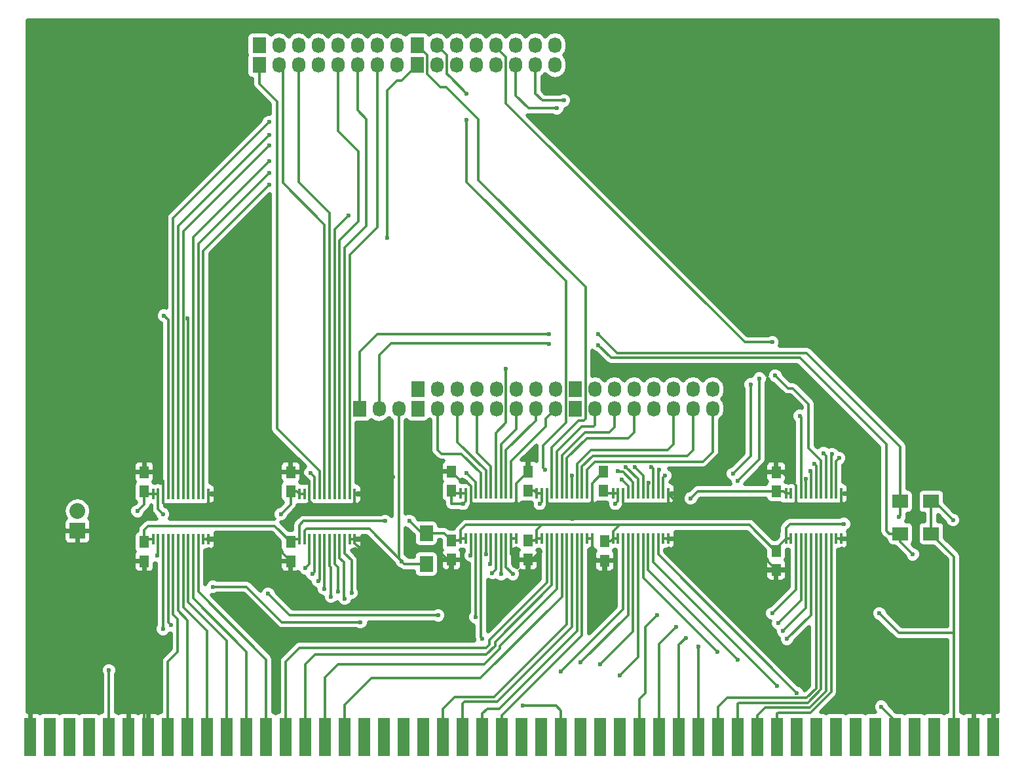
<source format=gbr>
G04 #@! TF.FileFunction,Copper,L1,Top,Signal*
%FSLAX46Y46*%
G04 Gerber Fmt 4.6, Leading zero omitted, Abs format (unit mm)*
G04 Created by KiCad (PCBNEW (2015-10-16 BZR 6271)-product) date Sun 21 Feb 2016 04:12:30 PM CET*
%MOMM*%
G01*
G04 APERTURE LIST*
%ADD10C,0.100000*%
%ADD11R,1.524000X5.000000*%
%ADD12R,1.727200X2.032000*%
%ADD13O,1.727200X2.032000*%
%ADD14R,1.250000X1.500000*%
%ADD15R,2.000000X1.700000*%
%ADD16R,1.700000X2.000000*%
%ADD17R,2.032000X2.032000*%
%ADD18O,2.032000X2.032000*%
%ADD19R,0.398780X1.348740*%
%ADD20C,0.600000*%
%ADD21C,0.300000*%
%ADD22C,0.500000*%
G04 APERTURE END LIST*
D10*
D11*
X87757000Y-137033000D03*
X90297000Y-137033000D03*
X92837000Y-137033000D03*
X95377000Y-137033000D03*
X97917000Y-137033000D03*
X100457000Y-137033000D03*
X102997000Y-137033000D03*
X105537000Y-137033000D03*
X108077000Y-137033000D03*
X110617000Y-137033000D03*
X113157000Y-137033000D03*
X115697000Y-137033000D03*
X118237000Y-137033000D03*
X120777000Y-137033000D03*
X123317000Y-137033000D03*
X125857000Y-137033000D03*
X128397000Y-137033000D03*
X130937000Y-137033000D03*
X133477000Y-137033000D03*
X136017000Y-137033000D03*
X138557000Y-137033000D03*
X141097000Y-137033000D03*
X143637000Y-137033000D03*
X146177000Y-137033000D03*
X148717000Y-137033000D03*
X151257000Y-137033000D03*
X153797000Y-137033000D03*
X156337000Y-137033000D03*
X158877000Y-137033000D03*
X161417000Y-137033000D03*
X163957000Y-137033000D03*
X166497000Y-137033000D03*
X169037000Y-137033000D03*
X171577000Y-137033000D03*
X174117000Y-137033000D03*
X176657000Y-137033000D03*
X179197000Y-137033000D03*
X181737000Y-137033000D03*
X184277000Y-137033000D03*
X186817000Y-137033000D03*
X189357000Y-137033000D03*
X191897000Y-137033000D03*
X194437000Y-137033000D03*
X196977000Y-137033000D03*
X199517000Y-137033000D03*
X202057000Y-137033000D03*
X204597000Y-137033000D03*
X207137000Y-137033000D03*
X209677000Y-137033000D03*
X212217000Y-137033000D03*
D12*
X137858500Y-92075000D03*
D13*
X140398500Y-92075000D03*
X142938500Y-92075000D03*
X145478500Y-92075000D03*
X148018500Y-92075000D03*
X150558500Y-92075000D03*
X153098500Y-92075000D03*
X155638500Y-92075000D03*
D12*
X137858500Y-94551500D03*
D13*
X140398500Y-94551500D03*
X142938500Y-94551500D03*
X145478500Y-94551500D03*
X148018500Y-94551500D03*
X150558500Y-94551500D03*
X153098500Y-94551500D03*
X155638500Y-94551500D03*
D12*
X158178500Y-94551500D03*
D13*
X160718500Y-94551500D03*
X163258500Y-94551500D03*
X165798500Y-94551500D03*
X168338500Y-94551500D03*
X170878500Y-94551500D03*
X173418500Y-94551500D03*
X175958500Y-94551500D03*
D12*
X117348000Y-47625000D03*
D13*
X119888000Y-47625000D03*
X122428000Y-47625000D03*
X124968000Y-47625000D03*
X127508000Y-47625000D03*
X130048000Y-47625000D03*
X132588000Y-47625000D03*
X135128000Y-47625000D03*
D12*
X158178500Y-92075000D03*
D13*
X160718500Y-92075000D03*
X163258500Y-92075000D03*
X165798500Y-92075000D03*
X168338500Y-92075000D03*
X170878500Y-92075000D03*
X173418500Y-92075000D03*
X175958500Y-92075000D03*
D12*
X117348000Y-50165000D03*
D13*
X119888000Y-50165000D03*
X122428000Y-50165000D03*
X124968000Y-50165000D03*
X127508000Y-50165000D03*
X130048000Y-50165000D03*
X132588000Y-50165000D03*
X135128000Y-50165000D03*
D14*
X102489000Y-105263000D03*
X102489000Y-102763000D03*
X161988500Y-111716500D03*
X161988500Y-114216500D03*
X152082500Y-105199500D03*
X152082500Y-102699500D03*
X102489000Y-111780000D03*
X102489000Y-114280000D03*
X161861500Y-105199500D03*
X161861500Y-102699500D03*
X152082500Y-111589500D03*
X152082500Y-114089500D03*
X184150000Y-105263000D03*
X184150000Y-102763000D03*
X142176500Y-111589500D03*
X142176500Y-114089500D03*
X121412000Y-105263000D03*
X121412000Y-102763000D03*
X121412000Y-111780000D03*
X121412000Y-114280000D03*
X142176500Y-105199500D03*
X142176500Y-102699500D03*
X184150000Y-112923000D03*
X184150000Y-115423000D03*
D15*
X200184000Y-106553000D03*
X204184000Y-106553000D03*
X200184000Y-110744000D03*
X204184000Y-110744000D03*
D16*
X138938000Y-114649000D03*
X138938000Y-110649000D03*
D17*
X93853000Y-110363000D03*
D18*
X93853000Y-107823000D03*
D12*
X137795000Y-50165000D03*
D13*
X140335000Y-50165000D03*
X142875000Y-50165000D03*
X145415000Y-50165000D03*
X147955000Y-50165000D03*
X150495000Y-50165000D03*
X153035000Y-50165000D03*
X155575000Y-50165000D03*
D12*
X137795000Y-47625000D03*
D13*
X140335000Y-47625000D03*
X142875000Y-47625000D03*
X145415000Y-47625000D03*
X147955000Y-47625000D03*
X150495000Y-47625000D03*
X153035000Y-47625000D03*
X155575000Y-47625000D03*
D12*
X130302000Y-94615000D03*
D13*
X132842000Y-94615000D03*
X135382000Y-94615000D03*
D19*
X185402220Y-111381540D03*
X186052460Y-111381540D03*
X186702700Y-111381540D03*
X187352940Y-111381540D03*
X188003180Y-111381540D03*
X188653420Y-111381540D03*
X189298580Y-111381540D03*
X189948820Y-111381540D03*
X190599060Y-111381540D03*
X191249300Y-111381540D03*
X191899540Y-111381540D03*
X192549780Y-111381540D03*
X192549780Y-105534460D03*
X191899540Y-105534460D03*
X191249300Y-105534460D03*
X190599060Y-105534460D03*
X189948820Y-105534460D03*
X189298580Y-105534460D03*
X188653420Y-105534460D03*
X188003180Y-105534460D03*
X187352940Y-105534460D03*
X186702700Y-105534460D03*
X186052460Y-105534460D03*
X185402220Y-105534460D03*
X103614220Y-111445040D03*
X104264460Y-111445040D03*
X104914700Y-111445040D03*
X105564940Y-111445040D03*
X106215180Y-111445040D03*
X106865420Y-111445040D03*
X107510580Y-111445040D03*
X108160820Y-111445040D03*
X108811060Y-111445040D03*
X109461300Y-111445040D03*
X110111540Y-111445040D03*
X110761780Y-111445040D03*
X110761780Y-105597960D03*
X110111540Y-105597960D03*
X109461300Y-105597960D03*
X108811060Y-105597960D03*
X108160820Y-105597960D03*
X107510580Y-105597960D03*
X106865420Y-105597960D03*
X106215180Y-105597960D03*
X105564940Y-105597960D03*
X104914700Y-105597960D03*
X104264460Y-105597960D03*
X103614220Y-105597960D03*
X153207720Y-111343440D03*
X153857960Y-111343440D03*
X154508200Y-111343440D03*
X155158440Y-111343440D03*
X155808680Y-111343440D03*
X156458920Y-111343440D03*
X157104080Y-111343440D03*
X157754320Y-111343440D03*
X158404560Y-111343440D03*
X159054800Y-111343440D03*
X159705040Y-111343440D03*
X160355280Y-111343440D03*
X160355280Y-105496360D03*
X159705040Y-105496360D03*
X159054800Y-105496360D03*
X158404560Y-105496360D03*
X157754320Y-105496360D03*
X157104080Y-105496360D03*
X156458920Y-105496360D03*
X155808680Y-105496360D03*
X155158440Y-105496360D03*
X154508200Y-105496360D03*
X153857960Y-105496360D03*
X153207720Y-105496360D03*
X143377920Y-111368840D03*
X144028160Y-111368840D03*
X144678400Y-111368840D03*
X145328640Y-111368840D03*
X145978880Y-111368840D03*
X146629120Y-111368840D03*
X147274280Y-111368840D03*
X147924520Y-111368840D03*
X148574760Y-111368840D03*
X149225000Y-111368840D03*
X149875240Y-111368840D03*
X150525480Y-111368840D03*
X150525480Y-105521760D03*
X149875240Y-105521760D03*
X149225000Y-105521760D03*
X148574760Y-105521760D03*
X147924520Y-105521760D03*
X147274280Y-105521760D03*
X146629120Y-105521760D03*
X145978880Y-105521760D03*
X145328640Y-105521760D03*
X144678400Y-105521760D03*
X144028160Y-105521760D03*
X143377920Y-105521760D03*
X163050220Y-111381540D03*
X163700460Y-111381540D03*
X164350700Y-111381540D03*
X165000940Y-111381540D03*
X165651180Y-111381540D03*
X166301420Y-111381540D03*
X166946580Y-111381540D03*
X167596820Y-111381540D03*
X168247060Y-111381540D03*
X168897300Y-111381540D03*
X169547540Y-111381540D03*
X170197780Y-111381540D03*
X170197780Y-105534460D03*
X169547540Y-105534460D03*
X168897300Y-105534460D03*
X168247060Y-105534460D03*
X167596820Y-105534460D03*
X166946580Y-105534460D03*
X166301420Y-105534460D03*
X165651180Y-105534460D03*
X165000940Y-105534460D03*
X164350700Y-105534460D03*
X163700460Y-105534460D03*
X163050220Y-105534460D03*
X122537220Y-111445040D03*
X123187460Y-111445040D03*
X123837700Y-111445040D03*
X124487940Y-111445040D03*
X125138180Y-111445040D03*
X125788420Y-111445040D03*
X126433580Y-111445040D03*
X127083820Y-111445040D03*
X127734060Y-111445040D03*
X128384300Y-111445040D03*
X129034540Y-111445040D03*
X129684780Y-111445040D03*
X129684780Y-105597960D03*
X129034540Y-105597960D03*
X128384300Y-105597960D03*
X127734060Y-105597960D03*
X127083820Y-105597960D03*
X126433580Y-105597960D03*
X125788420Y-105597960D03*
X125138180Y-105597960D03*
X124487940Y-105597960D03*
X123837700Y-105597960D03*
X123187460Y-105597960D03*
X122537220Y-105597960D03*
D20*
X101600000Y-107823000D03*
X120142000Y-108204000D03*
X104902000Y-108204000D03*
X173101000Y-106172000D03*
X143700500Y-106870500D03*
X153606500Y-106870500D03*
X163385500Y-106870500D03*
X153670000Y-113030000D03*
X160401000Y-113538000D03*
X157861000Y-108839000D03*
X131318000Y-120269000D03*
X141478000Y-115697000D03*
X179451000Y-107442000D03*
X179451000Y-110490000D03*
X140462000Y-112903000D03*
X142113000Y-109601000D03*
X134620000Y-103378000D03*
X138557000Y-103378000D03*
X197485000Y-121031000D03*
X192913000Y-109474000D03*
X207010000Y-108966000D03*
X136779000Y-109093000D03*
X133604000Y-109093000D03*
X146685000Y-113411000D03*
X130429000Y-122174000D03*
X111379000Y-117602000D03*
X97917000Y-128397000D03*
X145288000Y-121539000D03*
X151384000Y-132969000D03*
X168783000Y-121285000D03*
X183642000Y-121031000D03*
X184404000Y-122301000D03*
X171196000Y-122809000D03*
X185039000Y-123317000D03*
X172466000Y-124206000D03*
X185547000Y-124333000D03*
X174117000Y-125349000D03*
X197739000Y-133096000D03*
X144653000Y-113538000D03*
X147193000Y-114681000D03*
X140462000Y-121285000D03*
X118491000Y-118491000D03*
X104902000Y-123063000D03*
X105918000Y-122555000D03*
X123317000Y-115189000D03*
X124206000Y-115951000D03*
X124968000Y-116840000D03*
X125730000Y-117856000D03*
X126619000Y-118872000D03*
X127508000Y-118237000D03*
X128397000Y-119126000D03*
X129286000Y-118364000D03*
X147447000Y-115824000D03*
X148590000Y-115951000D03*
X146177000Y-124333000D03*
X150114000Y-115951000D03*
X156337000Y-128524000D03*
X158877000Y-127381000D03*
X161417000Y-127635000D03*
X163957000Y-129032000D03*
X176530000Y-125984000D03*
X179197000Y-127000000D03*
X184277000Y-130429000D03*
X186817000Y-131318000D03*
X200025000Y-108585000D03*
X154813000Y-84963000D03*
X161163000Y-84963000D03*
X201803000Y-113411000D03*
X154813000Y-86233000D03*
X161163000Y-86360000D03*
X163703000Y-102616000D03*
X164719000Y-102108000D03*
X165862000Y-102108000D03*
X168021000Y-102108000D03*
X169037000Y-102489000D03*
X169799000Y-103251000D03*
X118618000Y-57531000D03*
X118618000Y-59182000D03*
X118618000Y-60579000D03*
X118618000Y-62611000D03*
X118618000Y-64135000D03*
X118618000Y-65659000D03*
X187960000Y-103632000D03*
X188595000Y-102616000D03*
X189103000Y-101727000D03*
X190246000Y-100330000D03*
X191389000Y-100457000D03*
X192278000Y-100965000D03*
X133858000Y-72517000D03*
X123952000Y-102870000D03*
X128905000Y-69596000D03*
X105029000Y-82550000D03*
X108077000Y-82931000D03*
X164211000Y-103759000D03*
X178562000Y-102997000D03*
X180848000Y-91440000D03*
X155829000Y-55753000D03*
X181991000Y-90678000D03*
X179197000Y-103886000D03*
X167640000Y-104140000D03*
X156718000Y-54737000D03*
X144145000Y-57277000D03*
X154305000Y-102489000D03*
X157734000Y-103251000D03*
X144145000Y-53848000D03*
X187198000Y-95504000D03*
X183642000Y-85979000D03*
X184023000Y-90297000D03*
X144145000Y-102870000D03*
X149225000Y-89408000D03*
X135763000Y-114300000D03*
X104140000Y-113538000D03*
D21*
X102489000Y-106934000D02*
X102489000Y-105263000D01*
X101600000Y-107823000D02*
X102489000Y-106934000D01*
X104264460Y-105597960D02*
X104264460Y-107566460D01*
X121412000Y-106934000D02*
X121412000Y-105263000D01*
X120142000Y-108204000D02*
X121412000Y-106934000D01*
X104264460Y-107566460D02*
X104902000Y-108204000D01*
X184150000Y-105263000D02*
X174010000Y-105263000D01*
X174010000Y-105263000D02*
X173101000Y-106172000D01*
X184150000Y-105263000D02*
X185130760Y-105263000D01*
X185130760Y-105263000D02*
X185402220Y-105534460D01*
X144028160Y-105521760D02*
X143377920Y-105521760D01*
X143377920Y-105521760D02*
X142498760Y-105521760D01*
X142498760Y-105521760D02*
X142176500Y-105199500D01*
X143700500Y-106870500D02*
X142176500Y-106870500D01*
X142176500Y-106870500D02*
X142176500Y-105199500D01*
X144028160Y-106542840D02*
X144028160Y-105521760D01*
X143700500Y-106870500D02*
X144028160Y-106542840D01*
X152082500Y-105199500D02*
X152910860Y-105199500D01*
X152910860Y-105199500D02*
X153207720Y-105496360D01*
X153857960Y-105496360D02*
X153207720Y-105496360D01*
X153857960Y-106619040D02*
X153857960Y-105496360D01*
X153606500Y-106870500D02*
X153857960Y-106619040D01*
X163700460Y-105534460D02*
X163050220Y-105534460D01*
X163050220Y-105534460D02*
X162196460Y-105534460D01*
X162196460Y-105534460D02*
X161861500Y-105199500D01*
X163700460Y-106555540D02*
X163700460Y-105534460D01*
X163385500Y-106870500D02*
X163700460Y-106555540D01*
X104264460Y-105597960D02*
X103614220Y-105597960D01*
X103614220Y-105597960D02*
X102823960Y-105597960D01*
X102823960Y-105597960D02*
X102489000Y-105263000D01*
X185402220Y-105534460D02*
X186052460Y-105534460D01*
X122537220Y-105597960D02*
X123187460Y-105597960D01*
X121412000Y-105263000D02*
X122202260Y-105263000D01*
X122202260Y-105263000D02*
X122537220Y-105597960D01*
X104264460Y-105597960D02*
X104264460Y-104962960D01*
X159705040Y-111343440D02*
X160355280Y-111343440D01*
X93853000Y-110363000D02*
X97917000Y-110363000D01*
X97917000Y-110363000D02*
X98425000Y-110871000D01*
X152082500Y-114089500D02*
X152610500Y-114089500D01*
X152610500Y-114089500D02*
X153670000Y-113030000D01*
X157861000Y-107950000D02*
X157861000Y-108839000D01*
X160401000Y-113538000D02*
X160355280Y-113492280D01*
X129684780Y-111445040D02*
X129684780Y-111904780D01*
X129684780Y-111904780D02*
X131318000Y-113538000D01*
X131318000Y-113538000D02*
X131318000Y-120269000D01*
X142176500Y-114089500D02*
X142176500Y-114998500D01*
X121412000Y-119761000D02*
X121412000Y-114280000D01*
X121920000Y-120269000D02*
X121412000Y-119761000D01*
X131318000Y-120269000D02*
X121920000Y-120269000D01*
X142176500Y-114998500D02*
X141478000Y-115697000D01*
X180159500Y-111381540D02*
X180159500Y-111198500D01*
X180159500Y-111198500D02*
X179451000Y-110490000D01*
X192549780Y-105534460D02*
X193291460Y-105534460D01*
X193291460Y-111381540D02*
X192549780Y-111381540D01*
X194183000Y-110490000D02*
X193291460Y-111381540D01*
X194183000Y-106426000D02*
X194183000Y-110490000D01*
X193291460Y-105534460D02*
X194183000Y-106426000D01*
X110761780Y-111445040D02*
X118577040Y-111445040D01*
X118577040Y-111445040D02*
X121412000Y-114280000D01*
X104914700Y-105597960D02*
X104914700Y-106819700D01*
X110761780Y-107297220D02*
X110761780Y-105597960D01*
X110744000Y-107315000D02*
X110761780Y-107297220D01*
X105410000Y-107315000D02*
X110744000Y-107315000D01*
X104914700Y-106819700D02*
X105410000Y-107315000D01*
X142176500Y-114089500D02*
X141648500Y-114089500D01*
X141648500Y-114089500D02*
X140462000Y-112903000D01*
X142113000Y-109601000D02*
X143764000Y-107950000D01*
X143764000Y-107950000D02*
X145796000Y-107950000D01*
X123837700Y-105597960D02*
X123837700Y-106438700D01*
X129684780Y-106789220D02*
X129684780Y-105597960D01*
X129286000Y-107188000D02*
X129684780Y-106789220D01*
X124587000Y-107188000D02*
X129286000Y-107188000D01*
X123837700Y-106438700D02*
X124587000Y-107188000D01*
X129684780Y-105597960D02*
X132400040Y-105597960D01*
X132400040Y-105597960D02*
X134620000Y-103378000D01*
X138557000Y-103378000D02*
X139235500Y-102699500D01*
X139235500Y-102699500D02*
X142176500Y-102699500D01*
X110761780Y-105597960D02*
X113350040Y-105597960D01*
X113350040Y-105597960D02*
X116185000Y-102763000D01*
X116185000Y-102763000D02*
X121412000Y-102763000D01*
X104914700Y-105597960D02*
X104914700Y-103898700D01*
X103779000Y-102763000D02*
X102489000Y-102763000D01*
X104914700Y-103898700D02*
X103779000Y-102763000D01*
X102489000Y-114280000D02*
X102489000Y-136525000D01*
X102489000Y-136525000D02*
X102997000Y-137033000D01*
X102489000Y-102763000D02*
X99929000Y-102763000D01*
X100691000Y-114280000D02*
X102489000Y-114280000D01*
X98425000Y-112014000D02*
X100691000Y-114280000D01*
X98425000Y-104267000D02*
X98425000Y-110871000D01*
X98425000Y-110871000D02*
X98425000Y-112014000D01*
X99929000Y-102763000D02*
X98425000Y-104267000D01*
X123837700Y-105597960D02*
X123837700Y-103898700D01*
X122702000Y-102763000D02*
X121412000Y-102763000D01*
X123837700Y-103898700D02*
X122702000Y-102763000D01*
X144678400Y-105521760D02*
X144678400Y-106832400D01*
X145796000Y-107950000D02*
X151130000Y-107950000D01*
X144678400Y-106832400D02*
X145796000Y-107950000D01*
X155067000Y-107950000D02*
X151130000Y-107950000D01*
X150525480Y-107345480D02*
X150525480Y-105521760D01*
X151130000Y-107950000D02*
X150525480Y-107345480D01*
X160355280Y-105496360D02*
X160355280Y-107950000D01*
X160355280Y-107950000D02*
X159258000Y-107950000D01*
X164719000Y-107188000D02*
X164338000Y-107188000D01*
X164338000Y-107188000D02*
X163576000Y-107950000D01*
X163576000Y-107950000D02*
X159258000Y-107950000D01*
X154508200Y-107391200D02*
X154508200Y-105496360D01*
X159258000Y-107950000D02*
X157861000Y-107950000D01*
X157861000Y-107950000D02*
X155067000Y-107950000D01*
X155067000Y-107950000D02*
X154508200Y-107391200D01*
X160355280Y-105496360D02*
X160355280Y-104205720D01*
X160355280Y-104205720D02*
X161861500Y-102699500D01*
X170197780Y-105534460D02*
X170197780Y-106916220D01*
X164350700Y-106819700D02*
X164350700Y-105534460D01*
X164719000Y-107188000D02*
X164350700Y-106819700D01*
X169926000Y-107188000D02*
X164719000Y-107188000D01*
X170197780Y-106916220D02*
X169926000Y-107188000D01*
X187071000Y-107442000D02*
X179451000Y-107442000D01*
X179451000Y-107442000D02*
X172105320Y-107442000D01*
X172105320Y-107442000D02*
X170197780Y-105534460D01*
X186702700Y-105534460D02*
X186702700Y-107073700D01*
X192549780Y-106916220D02*
X192549780Y-105534460D01*
X192024000Y-107442000D02*
X192549780Y-106916220D01*
X187071000Y-107442000D02*
X192024000Y-107442000D01*
X186702700Y-107073700D02*
X187071000Y-107442000D01*
X184150000Y-102763000D02*
X184932000Y-102763000D01*
X186702700Y-104533700D02*
X186702700Y-105534460D01*
X184932000Y-102763000D02*
X186702700Y-104533700D01*
X170197780Y-111381540D02*
X180159500Y-111381540D01*
X180159500Y-111381540D02*
X180108540Y-111381540D01*
X180108540Y-111381540D02*
X184150000Y-115423000D01*
X169547540Y-111381540D02*
X170197780Y-111381540D01*
X192549780Y-111381540D02*
X191899540Y-111381540D01*
X152082500Y-114089500D02*
X150538500Y-114089500D01*
X150538500Y-114089500D02*
X149875240Y-113426240D01*
X149875240Y-113426240D02*
X149875240Y-111368840D01*
X149875240Y-111368840D02*
X150525480Y-111368840D01*
X144678400Y-105521760D02*
X144678400Y-104546400D01*
X143426500Y-103949500D02*
X142176500Y-102699500D01*
X144081500Y-103949500D02*
X143426500Y-103949500D01*
X144678400Y-104546400D02*
X144081500Y-103949500D01*
X150525480Y-105521760D02*
X150525480Y-104256520D01*
X150525480Y-104256520D02*
X152082500Y-102699500D01*
X102489000Y-114280000D02*
X102255000Y-114280000D01*
X161988500Y-114216500D02*
X162476500Y-114216500D01*
X184404000Y-115824000D02*
X184404000Y-115423000D01*
X161988500Y-114216500D02*
X161079500Y-114216500D01*
X161079500Y-114216500D02*
X160355280Y-113492280D01*
X160355280Y-113492280D02*
X160355280Y-111343440D01*
X110761780Y-111445040D02*
X110111540Y-111445040D01*
X129684780Y-111445040D02*
X129034540Y-111445040D01*
X144028160Y-111368840D02*
X143377920Y-111368840D01*
X185402220Y-111381540D02*
X185402220Y-109999780D01*
X200025000Y-123571000D02*
X207137000Y-123571000D01*
X197485000Y-121031000D02*
X200025000Y-123571000D01*
X185928000Y-109474000D02*
X192913000Y-109474000D01*
X185402220Y-109999780D02*
X185928000Y-109474000D01*
X207010000Y-108966000D02*
X204597000Y-106553000D01*
X204597000Y-106553000D02*
X204184000Y-106553000D01*
X207137000Y-137033000D02*
X207137000Y-123571000D01*
X207137000Y-123571000D02*
X207137000Y-113697000D01*
X207137000Y-113697000D02*
X204184000Y-110744000D01*
X122537220Y-111445040D02*
X122537220Y-109618780D01*
X136779000Y-109093000D02*
X138335000Y-110649000D01*
X123063000Y-109093000D02*
X133604000Y-109093000D01*
X122537220Y-109618780D02*
X123063000Y-109093000D01*
X138335000Y-110649000D02*
X138938000Y-110649000D01*
X102489000Y-111780000D02*
X102489000Y-110236000D01*
X119360000Y-109728000D02*
X121412000Y-111780000D01*
X102997000Y-109728000D02*
X119360000Y-109728000D01*
X102489000Y-110236000D02*
X102997000Y-109728000D01*
X184150000Y-112923000D02*
X184043000Y-112923000D01*
X184043000Y-112923000D02*
X180784500Y-109664500D01*
X180784500Y-109664500D02*
X180721000Y-109601000D01*
X180721000Y-109601000D02*
X163906200Y-109601000D01*
X185402220Y-111381540D02*
X186052460Y-111381540D01*
X184150000Y-112923000D02*
X184150000Y-112633760D01*
X184150000Y-112633760D02*
X185402220Y-111381540D01*
X138938000Y-110649000D02*
X141236000Y-110649000D01*
X141236000Y-110649000D02*
X142176500Y-111589500D01*
X204184000Y-106553000D02*
X204184000Y-110744000D01*
X161988500Y-111716500D02*
X162715260Y-111716500D01*
X162715260Y-111716500D02*
X163050220Y-111381540D01*
X152082500Y-111589500D02*
X152961660Y-111589500D01*
X152961660Y-111589500D02*
X153207720Y-111343440D01*
X142176500Y-111589500D02*
X143157260Y-111589500D01*
X143157260Y-111589500D02*
X143377920Y-111368840D01*
X103614220Y-111445040D02*
X102823960Y-111445040D01*
X102823960Y-111445040D02*
X102489000Y-111780000D01*
X122537220Y-111445040D02*
X121746960Y-111445040D01*
X121746960Y-111445040D02*
X121412000Y-111780000D01*
X153885900Y-109601000D02*
X144043400Y-109601000D01*
X144043400Y-109601000D02*
X143377920Y-110266480D01*
X143377920Y-110266480D02*
X143377920Y-111368840D01*
X163906200Y-109601000D02*
X163893500Y-109601000D01*
X163893500Y-109601000D02*
X153885900Y-109601000D01*
X153885900Y-109601000D02*
X153847800Y-109601000D01*
X153207720Y-110241080D02*
X153207720Y-111343440D01*
X153847800Y-109601000D02*
X153207720Y-110241080D01*
X163050220Y-110456980D02*
X163050220Y-111381540D01*
X163906200Y-109601000D02*
X163050220Y-110456980D01*
X153207720Y-111343440D02*
X153857960Y-111343440D01*
X163700460Y-111381540D02*
X163050220Y-111381540D01*
X146629120Y-113355120D02*
X146685000Y-113411000D01*
X130429000Y-122174000D02*
X120269000Y-122174000D01*
X120269000Y-122174000D02*
X115697000Y-117602000D01*
X115697000Y-117602000D02*
X111379000Y-117602000D01*
X146629120Y-111368840D02*
X146629120Y-113355120D01*
X97917000Y-128397000D02*
X97917000Y-137033000D01*
X106215180Y-111445040D02*
X106215180Y-121201180D01*
X105537000Y-127254000D02*
X105537000Y-137033000D01*
X106807000Y-125984000D02*
X105537000Y-127254000D01*
X106807000Y-121793000D02*
X106807000Y-125984000D01*
X106215180Y-121201180D02*
X106807000Y-121793000D01*
X106865420Y-111445040D02*
X106865420Y-120708420D01*
X108077000Y-121920000D02*
X108077000Y-137033000D01*
X106865420Y-120708420D02*
X108077000Y-121920000D01*
X107510580Y-111445040D02*
X107510580Y-120210580D01*
X110617000Y-123317000D02*
X110617000Y-137033000D01*
X107510580Y-120210580D02*
X110617000Y-123317000D01*
X108160820Y-111445040D02*
X108160820Y-119590820D01*
X113157000Y-124587000D02*
X113157000Y-137033000D01*
X108160820Y-119590820D02*
X113157000Y-124587000D01*
X115697000Y-137033000D02*
X115697000Y-125984000D01*
X108811060Y-119098060D02*
X108811060Y-111445040D01*
X115697000Y-125984000D02*
X108811060Y-119098060D01*
X109461300Y-111445040D02*
X109461300Y-118224300D01*
X118237000Y-127000000D02*
X118237000Y-137033000D01*
X109461300Y-118224300D02*
X118237000Y-127000000D01*
X154508200Y-111343440D02*
X154508200Y-117017800D01*
X120777000Y-127254000D02*
X120777000Y-137033000D01*
X122555000Y-125476000D02*
X120777000Y-127254000D01*
X146685000Y-125476000D02*
X122555000Y-125476000D01*
X147066000Y-125095000D02*
X146685000Y-125476000D01*
X147066000Y-124460000D02*
X147066000Y-125095000D01*
X154508200Y-117017800D02*
X147066000Y-124460000D01*
X155158440Y-111343440D02*
X155158440Y-117383560D01*
X123317000Y-127635000D02*
X123317000Y-137033000D01*
X124587000Y-126365000D02*
X123317000Y-127635000D01*
X146685000Y-126365000D02*
X124587000Y-126365000D01*
X147828000Y-125222000D02*
X146685000Y-126365000D01*
X147828000Y-124714000D02*
X147828000Y-125222000D01*
X155158440Y-117383560D02*
X147828000Y-124714000D01*
X155808680Y-111343440D02*
X155808680Y-117876320D01*
X125857000Y-129286000D02*
X125857000Y-137033000D01*
X127508000Y-127635000D02*
X125857000Y-129286000D01*
X146431000Y-127635000D02*
X127508000Y-127635000D01*
X148463000Y-125603000D02*
X146431000Y-127635000D01*
X148463000Y-125222000D02*
X148463000Y-125603000D01*
X155808680Y-117876320D02*
X148463000Y-125222000D01*
X156458920Y-111343440D02*
X156458920Y-118877080D01*
X128397000Y-132842000D02*
X128397000Y-137033000D01*
X131826000Y-129413000D02*
X128397000Y-132842000D01*
X145923000Y-129413000D02*
X131826000Y-129413000D01*
X156458920Y-118877080D02*
X145923000Y-129413000D01*
X157104080Y-111343440D02*
X157104080Y-122422920D01*
X141097000Y-133350000D02*
X141097000Y-137033000D01*
X142621000Y-131826000D02*
X141097000Y-133350000D01*
X147701000Y-131826000D02*
X142621000Y-131826000D01*
X157104080Y-122422920D02*
X147701000Y-131826000D01*
X157754320Y-111343440D02*
X157754320Y-122788680D01*
X143637000Y-132715000D02*
X143637000Y-137033000D01*
X143891000Y-132461000D02*
X143637000Y-132715000D01*
X148082000Y-132461000D02*
X143891000Y-132461000D01*
X157754320Y-122788680D02*
X148082000Y-132461000D01*
X158404560Y-111343440D02*
X158404560Y-123281440D01*
X146177000Y-133985000D02*
X146177000Y-137033000D01*
X146812000Y-133350000D02*
X146177000Y-133985000D01*
X148336000Y-133350000D02*
X146812000Y-133350000D01*
X158404560Y-123281440D02*
X148336000Y-133350000D01*
X159054800Y-111343440D02*
X159054800Y-123901200D01*
X148717000Y-134239000D02*
X148717000Y-137033000D01*
X159054800Y-123901200D02*
X148717000Y-134239000D01*
X156337000Y-137033000D02*
X156337000Y-133604000D01*
X145328640Y-121498360D02*
X145328640Y-111368840D01*
X145288000Y-121539000D02*
X145328640Y-121498360D01*
X155702000Y-132969000D02*
X151384000Y-132969000D01*
X156337000Y-133604000D02*
X155702000Y-132969000D01*
X186702700Y-111381540D02*
X186702700Y-117970300D01*
X166497000Y-132080000D02*
X166497000Y-137033000D01*
X167259000Y-131318000D02*
X166497000Y-132080000D01*
X167259000Y-122809000D02*
X167259000Y-131318000D01*
X168783000Y-121285000D02*
X167259000Y-122809000D01*
X186702700Y-117970300D02*
X183642000Y-121031000D01*
X169037000Y-137033000D02*
X169037000Y-124968000D01*
X187352940Y-119352060D02*
X187352940Y-111381540D01*
X184404000Y-122301000D02*
X187352940Y-119352060D01*
X169037000Y-124968000D02*
X171196000Y-122809000D01*
X171577000Y-137033000D02*
X171577000Y-125095000D01*
X188003180Y-120352820D02*
X188003180Y-111381540D01*
X185039000Y-123317000D02*
X188003180Y-120352820D01*
X171577000Y-125095000D02*
X172466000Y-124206000D01*
X174117000Y-137033000D02*
X174117000Y-125349000D01*
X188653420Y-121226580D02*
X188653420Y-111381540D01*
X185547000Y-124333000D02*
X188653420Y-121226580D01*
X189298580Y-111381540D02*
X189298580Y-130741420D01*
X176657000Y-133096000D02*
X176657000Y-137033000D01*
X177800000Y-131953000D02*
X176657000Y-133096000D01*
X188087000Y-131953000D02*
X177800000Y-131953000D01*
X189298580Y-130741420D02*
X188087000Y-131953000D01*
X179197000Y-137033000D02*
X179197000Y-132715000D01*
X189948820Y-130853180D02*
X189948820Y-111381540D01*
X188214000Y-132588000D02*
X189948820Y-130853180D01*
X179324000Y-132588000D02*
X188214000Y-132588000D01*
X179197000Y-132715000D02*
X179324000Y-132588000D01*
X181737000Y-137033000D02*
X181737000Y-134239000D01*
X190599060Y-131091940D02*
X190599060Y-111381540D01*
X188468000Y-133223000D02*
X190599060Y-131091940D01*
X182753000Y-133223000D02*
X188468000Y-133223000D01*
X181737000Y-134239000D02*
X182753000Y-133223000D01*
X188849000Y-133604000D02*
X188595000Y-133858000D01*
X188849000Y-133604000D02*
X191249300Y-131203700D01*
X191249300Y-111381540D02*
X191249300Y-131203700D01*
X184277000Y-133985000D02*
X184277000Y-137033000D01*
X184404000Y-133858000D02*
X184277000Y-133985000D01*
X188595000Y-133858000D02*
X184404000Y-133858000D01*
X184277000Y-137033000D02*
X184277000Y-135128000D01*
X199517000Y-134874000D02*
X197739000Y-133096000D01*
X144678400Y-113512600D02*
X144678400Y-111368840D01*
X144653000Y-113538000D02*
X144678400Y-113512600D01*
X199517000Y-134874000D02*
X199517000Y-137033000D01*
X147274280Y-114599720D02*
X147274280Y-111368840D01*
X147193000Y-114681000D02*
X147274280Y-114599720D01*
X121285000Y-121285000D02*
X140462000Y-121285000D01*
X118491000Y-118491000D02*
X121285000Y-121285000D01*
X104914700Y-111445040D02*
X104914700Y-123050300D01*
X104914700Y-123050300D02*
X104902000Y-123063000D01*
X105564940Y-111445040D02*
X105564940Y-122201940D01*
X105564940Y-122201940D02*
X105918000Y-122555000D01*
X123837700Y-114668300D02*
X123837700Y-111445040D01*
X123317000Y-115189000D02*
X123837700Y-114668300D01*
X124487940Y-111445040D02*
X124487940Y-115669060D01*
X124487940Y-115669060D02*
X124206000Y-115951000D01*
X125138180Y-111445040D02*
X125138180Y-116669820D01*
X125138180Y-116669820D02*
X124968000Y-116840000D01*
X125788420Y-117797580D02*
X125788420Y-111445040D01*
X125730000Y-117856000D02*
X125788420Y-117797580D01*
X126433580Y-114876580D02*
X126433580Y-111445040D01*
X126619000Y-115062000D02*
X126433580Y-114876580D01*
X126619000Y-118872000D02*
X126619000Y-115062000D01*
X127083820Y-111445040D02*
X127083820Y-114637820D01*
X127508000Y-115062000D02*
X127508000Y-118237000D01*
X127083820Y-114637820D02*
X127508000Y-115062000D01*
X127734060Y-113891060D02*
X127734060Y-111445040D01*
X128270000Y-114427000D02*
X127734060Y-113891060D01*
X128270000Y-118999000D02*
X128270000Y-114427000D01*
X128397000Y-119126000D02*
X128270000Y-118999000D01*
X128384300Y-111445040D02*
X128384300Y-113271300D01*
X129286000Y-114173000D02*
X129286000Y-118364000D01*
X128384300Y-113271300D02*
X129286000Y-114173000D01*
X147924520Y-115346480D02*
X147924520Y-111368840D01*
X147447000Y-115824000D02*
X147924520Y-115346480D01*
X148574760Y-115935760D02*
X148574760Y-111368840D01*
X148590000Y-115951000D02*
X148574760Y-115935760D01*
X145978880Y-111368840D02*
X145978880Y-124134880D01*
X145978880Y-124134880D02*
X146177000Y-124333000D01*
X149225000Y-111368840D02*
X149225000Y-115062000D01*
X149225000Y-115062000D02*
X150114000Y-115951000D01*
X164350700Y-111381540D02*
X164350700Y-120510300D01*
X164350700Y-120510300D02*
X156337000Y-128524000D01*
X165000940Y-111381540D02*
X165000940Y-121257060D01*
X165000940Y-121257060D02*
X158877000Y-127381000D01*
X165651180Y-111381540D02*
X165651180Y-123400820D01*
X165651180Y-123400820D02*
X161417000Y-127635000D01*
X166301420Y-111381540D02*
X166301420Y-126687580D01*
X166301420Y-126687580D02*
X163957000Y-129032000D01*
X166946580Y-111381540D02*
X166946580Y-116400580D01*
X166946580Y-116400580D02*
X176530000Y-125984000D01*
X167596820Y-111381540D02*
X167596820Y-115399820D01*
X167596820Y-115399820D02*
X179197000Y-127000000D01*
X168247060Y-111381540D02*
X168247060Y-114399060D01*
X168247060Y-114399060D02*
X184277000Y-130429000D01*
X168897300Y-111381540D02*
X168897300Y-113398300D01*
X168897300Y-113398300D02*
X186817000Y-131318000D01*
X200025000Y-108585000D02*
X200184000Y-108426000D01*
X200184000Y-108426000D02*
X200184000Y-106553000D01*
X130302000Y-94615000D02*
X130302000Y-87249000D01*
X130302000Y-87249000D02*
X132588000Y-84963000D01*
X132588000Y-84963000D02*
X154813000Y-84963000D01*
X161163000Y-84963000D02*
X163576000Y-87376000D01*
X163576000Y-87376000D02*
X188087000Y-87376000D01*
X188087000Y-87376000D02*
X200184000Y-99473000D01*
X200184000Y-99473000D02*
X200184000Y-106553000D01*
X200184000Y-110744000D02*
X200184000Y-111792000D01*
X200184000Y-111792000D02*
X201803000Y-113411000D01*
X200184000Y-110744000D02*
X198755000Y-110744000D01*
X132842000Y-87630000D02*
X132842000Y-94615000D01*
X134366000Y-86106000D02*
X132842000Y-87630000D01*
X154686000Y-86106000D02*
X134366000Y-86106000D01*
X154813000Y-86233000D02*
X154686000Y-86106000D01*
X162814000Y-88011000D02*
X161163000Y-86360000D01*
X187198000Y-88011000D02*
X162814000Y-88011000D01*
X198374000Y-99187000D02*
X187198000Y-88011000D01*
X198374000Y-110363000D02*
X198374000Y-99187000D01*
X198755000Y-110744000D02*
X198374000Y-110363000D01*
X132556250Y-94583250D02*
X132588000Y-94551500D01*
X163703000Y-102616000D02*
X163830000Y-102743000D01*
X163830000Y-102743000D02*
X164338000Y-102743000D01*
X164338000Y-102743000D02*
X165651180Y-104056180D01*
X165651180Y-104056180D02*
X165651180Y-105534460D01*
X166301420Y-105534460D02*
X166301420Y-103690420D01*
X166301420Y-103690420D02*
X164719000Y-102108000D01*
X165862000Y-102108000D02*
X166946580Y-103192580D01*
X166946580Y-103192580D02*
X166946580Y-105534460D01*
X168021000Y-102108000D02*
X168247060Y-102334060D01*
X168247060Y-102334060D02*
X168247060Y-105534460D01*
X168897300Y-105534460D02*
X168897300Y-102628700D01*
X168897300Y-102628700D02*
X169037000Y-102489000D01*
X169799000Y-103251000D02*
X169547540Y-103502460D01*
X169547540Y-103502460D02*
X169547540Y-105534460D01*
X145978880Y-105521760D02*
X145978880Y-102925880D01*
X140398500Y-99885500D02*
X140398500Y-94551500D01*
X140906500Y-100393500D02*
X140398500Y-99885500D01*
X143446500Y-100393500D02*
X140906500Y-100393500D01*
X145978880Y-102925880D02*
X143446500Y-100393500D01*
X146629120Y-105521760D02*
X146629120Y-102560120D01*
X142938500Y-98869500D02*
X142938500Y-94551500D01*
X146629120Y-102560120D02*
X142938500Y-98869500D01*
X147274280Y-105521760D02*
X147274280Y-102062280D01*
X145478500Y-100266500D02*
X145478500Y-94551500D01*
X147274280Y-102062280D02*
X145478500Y-100266500D01*
X148574760Y-105521760D02*
X148574760Y-99202240D01*
X150558500Y-97218500D02*
X150558500Y-94551500D01*
X148574760Y-99202240D02*
X150558500Y-97218500D01*
X149225000Y-105521760D02*
X149225000Y-99949000D01*
X153098500Y-96075500D02*
X153098500Y-94551500D01*
X149225000Y-99949000D02*
X153098500Y-96075500D01*
X149875240Y-105521760D02*
X149875240Y-101330760D01*
X154368500Y-95821500D02*
X155638500Y-94551500D01*
X154368500Y-96837500D02*
X154368500Y-95821500D01*
X149875240Y-101330760D02*
X154368500Y-96837500D01*
X155808680Y-105496360D02*
X155808680Y-100096320D01*
X160718500Y-96710500D02*
X160718500Y-94551500D01*
X160591500Y-96837500D02*
X160718500Y-96710500D01*
X159067500Y-96837500D02*
X160591500Y-96837500D01*
X155808680Y-100096320D02*
X159067500Y-96837500D01*
X156458920Y-105496360D02*
X156458920Y-100589080D01*
X163258500Y-96964500D02*
X163258500Y-94551500D01*
X162623500Y-97599500D02*
X163258500Y-96964500D01*
X159448500Y-97599500D02*
X162623500Y-97599500D01*
X156458920Y-100589080D02*
X159448500Y-97599500D01*
X157104080Y-105496360D02*
X157104080Y-100959920D01*
X165798500Y-97599500D02*
X165798500Y-94551500D01*
X165036500Y-98361500D02*
X165798500Y-97599500D01*
X159702500Y-98361500D02*
X165036500Y-98361500D01*
X157104080Y-100959920D02*
X159702500Y-98361500D01*
X170878500Y-99123500D02*
X170878500Y-94551500D01*
X170116500Y-99885500D02*
X170878500Y-99123500D01*
X160210500Y-99885500D02*
X170116500Y-99885500D01*
X158404560Y-105496360D02*
X158404560Y-101691440D01*
X158404560Y-101691440D02*
X160210500Y-99885500D01*
X172656500Y-100647500D02*
X173418500Y-99885500D01*
X160464500Y-100647500D02*
X172656500Y-100647500D01*
X159054800Y-105496360D02*
X159054800Y-102057200D01*
X173418500Y-99885500D02*
X173418500Y-94551500D01*
X159054800Y-102057200D02*
X160464500Y-100647500D01*
X159705040Y-105496360D02*
X159705040Y-102422960D01*
X175958500Y-100139500D02*
X175958500Y-94551500D01*
X174688500Y-101409500D02*
X175958500Y-100139500D01*
X160718500Y-101409500D02*
X174688500Y-101409500D01*
X159705040Y-102422960D02*
X160718500Y-101409500D01*
X106215180Y-105597960D02*
X106215180Y-69933820D01*
X106215180Y-69933820D02*
X118618000Y-57531000D01*
X106865420Y-105597960D02*
X106865420Y-70934580D01*
X106865420Y-70934580D02*
X118618000Y-59182000D01*
X107510580Y-71686420D02*
X118618000Y-60579000D01*
X107510580Y-105597960D02*
X107510580Y-71686420D01*
X108811060Y-105597960D02*
X108811060Y-72417940D01*
X108811060Y-72417940D02*
X118618000Y-62611000D01*
X109461300Y-73291700D02*
X118618000Y-64135000D01*
X109461300Y-105597960D02*
X109461300Y-73291700D01*
X110111540Y-105597960D02*
X110111540Y-74165460D01*
X110111540Y-74165460D02*
X118618000Y-65659000D01*
X188003180Y-103675180D02*
X188003180Y-105534460D01*
X187960000Y-103632000D02*
X188003180Y-103675180D01*
X188595000Y-102616000D02*
X188653420Y-102674420D01*
X188653420Y-102674420D02*
X188653420Y-105534460D01*
X189298580Y-105534460D02*
X189298580Y-101922580D01*
X189298580Y-101922580D02*
X189103000Y-101727000D01*
X190599060Y-105534460D02*
X190599060Y-100683060D01*
X190599060Y-100683060D02*
X190246000Y-100330000D01*
X191389000Y-100457000D02*
X191249300Y-100596700D01*
X191249300Y-100596700D02*
X191249300Y-105534460D01*
X191899540Y-105534460D02*
X191899540Y-101343460D01*
X191899540Y-101343460D02*
X192278000Y-100965000D01*
X125138180Y-105597960D02*
X125138180Y-102659180D01*
X117348000Y-52578000D02*
X117348000Y-50165000D01*
X119634000Y-54864000D02*
X117348000Y-52578000D01*
X119634000Y-97155000D02*
X119634000Y-54864000D01*
X125138180Y-102659180D02*
X119634000Y-97155000D01*
X125788420Y-105597960D02*
X125788420Y-70797420D01*
X120396000Y-65405000D02*
X120396000Y-50673000D01*
X125788420Y-70797420D02*
X120396000Y-65405000D01*
X120396000Y-50673000D02*
X119888000Y-50165000D01*
X126433580Y-105597960D02*
X126433580Y-69283580D01*
X122428000Y-65278000D02*
X122428000Y-50165000D01*
X126433580Y-69283580D02*
X122428000Y-65278000D01*
X127734060Y-105597960D02*
X127734060Y-72798940D01*
X127508000Y-58674000D02*
X127508000Y-50165000D01*
X130175000Y-61341000D02*
X127508000Y-58674000D01*
X130175000Y-70358000D02*
X130175000Y-61341000D01*
X127734060Y-72798940D02*
X130175000Y-70358000D01*
X128384300Y-105597960D02*
X128384300Y-73799700D01*
X130048000Y-56007000D02*
X130048000Y-50165000D01*
X131191000Y-57150000D02*
X130048000Y-56007000D01*
X131191000Y-70993000D02*
X131191000Y-57150000D01*
X128384300Y-73799700D02*
X131191000Y-70993000D01*
X129034540Y-105597960D02*
X129034540Y-74673460D01*
X132588000Y-71120000D02*
X132588000Y-50165000D01*
X129034540Y-74673460D02*
X132588000Y-71120000D01*
X132556250Y-50196750D02*
X132588000Y-50165000D01*
X133858000Y-57912000D02*
X133858000Y-53467000D01*
X124487940Y-105597960D02*
X124487940Y-103405940D01*
X133858000Y-72517000D02*
X133858000Y-57912000D01*
X124487940Y-103405940D02*
X123952000Y-102870000D01*
X135763000Y-52197000D02*
X137795000Y-50165000D01*
X135128000Y-52197000D02*
X135763000Y-52197000D01*
X133858000Y-53467000D02*
X135128000Y-52197000D01*
X127083820Y-71417180D02*
X128905000Y-69596000D01*
X127083820Y-105597960D02*
X127083820Y-71417180D01*
X105029000Y-82550000D02*
X105564940Y-83085940D01*
X105564940Y-83085940D02*
X105564940Y-105597960D01*
X108160820Y-83014820D02*
X108077000Y-82931000D01*
X108160820Y-83014820D02*
X108160820Y-105597960D01*
X155829000Y-55753000D02*
X152146000Y-55753000D01*
X165000940Y-104548940D02*
X164211000Y-103759000D01*
X178562000Y-102997000D02*
X180848000Y-100711000D01*
X180848000Y-100711000D02*
X180848000Y-91440000D01*
X165000940Y-105534460D02*
X165000940Y-104548940D01*
X150495000Y-54102000D02*
X150495000Y-50165000D01*
X152146000Y-55753000D02*
X150495000Y-54102000D01*
X167596820Y-105534460D02*
X167596820Y-104183180D01*
X181991000Y-101092000D02*
X181991000Y-90678000D01*
X179197000Y-103886000D02*
X181991000Y-101092000D01*
X167596820Y-104183180D02*
X167640000Y-104140000D01*
X153035000Y-53848000D02*
X153035000Y-50165000D01*
X153924000Y-54737000D02*
X153035000Y-53848000D01*
X156718000Y-54737000D02*
X153924000Y-54737000D01*
X141541500Y-53022500D02*
X140779500Y-53022500D01*
X139065000Y-48895000D02*
X137795000Y-47625000D01*
X139065000Y-51308000D02*
X139065000Y-48895000D01*
X140779500Y-53022500D02*
X139065000Y-51308000D01*
X155158440Y-105496360D02*
X155158440Y-99603560D01*
X155158440Y-99603560D02*
X158623000Y-96139000D01*
X141541500Y-53022500D02*
X145669000Y-57150000D01*
X145669000Y-57150000D02*
X145669000Y-65024000D01*
X159512000Y-78867000D02*
X145669000Y-65024000D01*
X159512000Y-95885000D02*
X159512000Y-78867000D01*
X159258000Y-96139000D02*
X159512000Y-95885000D01*
X158623000Y-96139000D02*
X159258000Y-96139000D01*
X144145000Y-65278000D02*
X144145000Y-57277000D01*
X156972000Y-96393000D02*
X156972000Y-78105000D01*
X156972000Y-78105000D02*
X144145000Y-65278000D01*
X154051000Y-102235000D02*
X154051000Y-99314000D01*
X154051000Y-99314000D02*
X156972000Y-96393000D01*
X154305000Y-102489000D02*
X154051000Y-102235000D01*
X157754320Y-103271320D02*
X157734000Y-103251000D01*
X157754320Y-105496360D02*
X157754320Y-103271320D01*
X141605000Y-48895000D02*
X140335000Y-47625000D01*
X141605000Y-51308000D02*
X141605000Y-48895000D01*
X141986000Y-51689000D02*
X141605000Y-51308000D01*
X144145000Y-53848000D02*
X141986000Y-51689000D01*
X187352940Y-105534460D02*
X187352940Y-95658940D01*
X187198000Y-95504000D02*
X187352940Y-95658940D01*
X147955000Y-47625000D02*
X147955000Y-47879000D01*
X147955000Y-47879000D02*
X149225000Y-49149000D01*
X149225000Y-49149000D02*
X149225000Y-55118000D01*
X149225000Y-55118000D02*
X180086000Y-85979000D01*
X180086000Y-85979000D02*
X183642000Y-85979000D01*
X184023000Y-90297000D02*
X185674000Y-91948000D01*
X185674000Y-91948000D02*
X186309000Y-91948000D01*
X189948820Y-105534460D02*
X189948820Y-101302820D01*
X189948820Y-101302820D02*
X188341000Y-99695000D01*
X188341000Y-99695000D02*
X188341000Y-93980000D01*
X188341000Y-93980000D02*
X186309000Y-91948000D01*
X145328640Y-104053640D02*
X144145000Y-102870000D01*
X145328640Y-105521760D02*
X145328640Y-104053640D01*
X147924520Y-105521760D02*
X147924520Y-97693480D01*
X149225000Y-96393000D02*
X149225000Y-89408000D01*
X147924520Y-97693480D02*
X149225000Y-96393000D01*
X123187460Y-111445040D02*
X123187460Y-110365540D01*
X131572000Y-110109000D02*
X135763000Y-114300000D01*
X123444000Y-110109000D02*
X131572000Y-110109000D01*
X123187460Y-110365540D02*
X123444000Y-110109000D01*
X135382000Y-94615000D02*
X135382000Y-113919000D01*
X135382000Y-113919000D02*
X135763000Y-114300000D01*
X135096250Y-94583250D02*
X135128000Y-94551500D01*
X104264460Y-111445040D02*
X104264460Y-113413540D01*
X136112000Y-114649000D02*
X138938000Y-114649000D01*
X135763000Y-114300000D02*
X136112000Y-114649000D01*
X104264460Y-113413540D02*
X104140000Y-113538000D01*
X147924520Y-94645480D02*
X148018500Y-94551500D01*
D22*
G36*
X212789000Y-133783000D02*
X212454500Y-133783000D01*
X212267000Y-133970500D01*
X212267000Y-134751000D01*
X212167000Y-134751000D01*
X212167000Y-133970500D01*
X211979500Y-133783000D01*
X211305816Y-133783000D01*
X211030159Y-133897181D01*
X210947000Y-133980340D01*
X210863841Y-133897181D01*
X210588184Y-133783000D01*
X209914500Y-133783000D01*
X209727000Y-133970500D01*
X209727000Y-134751000D01*
X209627000Y-134751000D01*
X209627000Y-133970500D01*
X209439500Y-133783000D01*
X208765816Y-133783000D01*
X208490159Y-133897181D01*
X208411731Y-133975609D01*
X208196508Y-133828554D01*
X208037000Y-133796253D01*
X208037000Y-113697000D01*
X207968492Y-113352585D01*
X207773396Y-113060604D01*
X205948693Y-111235901D01*
X205948693Y-109894000D01*
X205896396Y-109616067D01*
X205732138Y-109360802D01*
X205481508Y-109189554D01*
X205184000Y-109129307D01*
X205084000Y-109129307D01*
X205084000Y-108312792D01*
X205970146Y-109198938D01*
X206119334Y-109560000D01*
X206414446Y-109855628D01*
X206800226Y-110015818D01*
X207217942Y-110016182D01*
X207604000Y-109856666D01*
X207899628Y-109561554D01*
X208059818Y-109175774D01*
X208060182Y-108758058D01*
X207900666Y-108372000D01*
X207605554Y-108076372D01*
X207242347Y-107925555D01*
X205948693Y-106631901D01*
X205948693Y-105703000D01*
X205896396Y-105425067D01*
X205732138Y-105169802D01*
X205481508Y-104998554D01*
X205184000Y-104938307D01*
X203184000Y-104938307D01*
X202906067Y-104990604D01*
X202650802Y-105154862D01*
X202479554Y-105405492D01*
X202419307Y-105703000D01*
X202419307Y-107403000D01*
X202471604Y-107680933D01*
X202635862Y-107936198D01*
X202886492Y-108107446D01*
X203184000Y-108167693D01*
X203284000Y-108167693D01*
X203284000Y-109129307D01*
X203184000Y-109129307D01*
X202906067Y-109181604D01*
X202650802Y-109345862D01*
X202479554Y-109596492D01*
X202419307Y-109894000D01*
X202419307Y-111594000D01*
X202471604Y-111871933D01*
X202635862Y-112127198D01*
X202886492Y-112298446D01*
X203184000Y-112358693D01*
X204525901Y-112358693D01*
X206237000Y-114069792D01*
X206237000Y-122671000D01*
X200397792Y-122671000D01*
X198524854Y-120798062D01*
X198375666Y-120437000D01*
X198080554Y-120141372D01*
X197694774Y-119981182D01*
X197277058Y-119980818D01*
X196891000Y-120140334D01*
X196595372Y-120435446D01*
X196435182Y-120821226D01*
X196434818Y-121238942D01*
X196594334Y-121625000D01*
X196889446Y-121920628D01*
X197252653Y-122071445D01*
X199388604Y-124207396D01*
X199680585Y-124402492D01*
X200025000Y-124471000D01*
X206237000Y-124471000D01*
X206237000Y-133794274D01*
X206097067Y-133820604D01*
X205864189Y-133970456D01*
X205656508Y-133828554D01*
X205359000Y-133768307D01*
X203835000Y-133768307D01*
X203557067Y-133820604D01*
X203324189Y-133970456D01*
X203116508Y-133828554D01*
X202819000Y-133768307D01*
X201295000Y-133768307D01*
X201017067Y-133820604D01*
X200784189Y-133970456D01*
X200576508Y-133828554D01*
X200279000Y-133768307D01*
X199684099Y-133768307D01*
X198778854Y-132863062D01*
X198629666Y-132502000D01*
X198334554Y-132206372D01*
X197948774Y-132046182D01*
X197531058Y-132045818D01*
X197145000Y-132205334D01*
X196849372Y-132500446D01*
X196689182Y-132886226D01*
X196688818Y-133303942D01*
X196848334Y-133690000D01*
X196926504Y-133768307D01*
X196215000Y-133768307D01*
X195937067Y-133820604D01*
X195704189Y-133970456D01*
X195496508Y-133828554D01*
X195199000Y-133768307D01*
X193675000Y-133768307D01*
X193397067Y-133820604D01*
X193164189Y-133970456D01*
X192956508Y-133828554D01*
X192659000Y-133768307D01*
X191135000Y-133768307D01*
X190857067Y-133820604D01*
X190624189Y-133970456D01*
X190416508Y-133828554D01*
X190119000Y-133768307D01*
X189957485Y-133768307D01*
X191885696Y-131840096D01*
X192080792Y-131548115D01*
X192149300Y-131203700D01*
X192149300Y-112805910D01*
X192312280Y-112805910D01*
X192357652Y-112760538D01*
X192523771Y-112691729D01*
X192599780Y-112615720D01*
X192599780Y-112618410D01*
X192787280Y-112805910D01*
X192898354Y-112805910D01*
X193174011Y-112691729D01*
X193384989Y-112480751D01*
X193499170Y-112205095D01*
X193499170Y-111619040D01*
X193311670Y-111431540D01*
X192479780Y-111431540D01*
X192479780Y-111331540D01*
X193311670Y-111331540D01*
X193499170Y-111144040D01*
X193499170Y-110557985D01*
X193431941Y-110395680D01*
X193507000Y-110364666D01*
X193802628Y-110069554D01*
X193962818Y-109683774D01*
X193963182Y-109266058D01*
X193803666Y-108880000D01*
X193508554Y-108584372D01*
X193122774Y-108424182D01*
X192705058Y-108423818D01*
X192341590Y-108574000D01*
X185928000Y-108574000D01*
X185583584Y-108642508D01*
X185291604Y-108837604D01*
X184765824Y-109363384D01*
X184570728Y-109655365D01*
X184502220Y-109999780D01*
X184502220Y-110404048D01*
X184498384Y-110409662D01*
X184438137Y-110707170D01*
X184438137Y-111072831D01*
X184102661Y-111408307D01*
X183801099Y-111408307D01*
X181357396Y-108964604D01*
X181065415Y-108769508D01*
X180721000Y-108701000D01*
X144043400Y-108701000D01*
X143698985Y-108769508D01*
X143407004Y-108964604D01*
X142741524Y-109630084D01*
X142546428Y-109922065D01*
X142516046Y-110074807D01*
X141934599Y-110074807D01*
X141872396Y-110012604D01*
X141580415Y-109817508D01*
X141236000Y-109749000D01*
X140552693Y-109749000D01*
X140552693Y-109649000D01*
X140500396Y-109371067D01*
X140336138Y-109115802D01*
X140085508Y-108944554D01*
X139788000Y-108884307D01*
X138088000Y-108884307D01*
X137881883Y-108923091D01*
X137818854Y-108860062D01*
X137669666Y-108499000D01*
X137374554Y-108203372D01*
X136988774Y-108043182D01*
X136571058Y-108042818D01*
X136282000Y-108162254D01*
X136282000Y-96104009D01*
X136398711Y-96026025D01*
X136446762Y-96100698D01*
X136697392Y-96271946D01*
X136994900Y-96332193D01*
X138722100Y-96332193D01*
X139000033Y-96279896D01*
X139255298Y-96115638D01*
X139366772Y-95952491D01*
X139498500Y-96040509D01*
X139498500Y-99885500D01*
X139567008Y-100229915D01*
X139762104Y-100521896D01*
X140270104Y-101029896D01*
X140562085Y-101224992D01*
X140906500Y-101293500D01*
X141175380Y-101293500D01*
X141126659Y-101313681D01*
X140915681Y-101524659D01*
X140801500Y-101800316D01*
X140801500Y-102462000D01*
X140989000Y-102649500D01*
X142126500Y-102649500D01*
X142126500Y-102629500D01*
X142226500Y-102629500D01*
X142226500Y-102649500D01*
X142246500Y-102649500D01*
X142246500Y-102749500D01*
X142226500Y-102749500D01*
X142226500Y-102769500D01*
X142126500Y-102769500D01*
X142126500Y-102749500D01*
X140989000Y-102749500D01*
X140801500Y-102937000D01*
X140801500Y-103598684D01*
X140915681Y-103874341D01*
X140987615Y-103946275D01*
X140847054Y-104151992D01*
X140786807Y-104449500D01*
X140786807Y-105949500D01*
X140839104Y-106227433D01*
X141003362Y-106482698D01*
X141253992Y-106653946D01*
X141276500Y-106658504D01*
X141276500Y-106870500D01*
X141345008Y-107214915D01*
X141540104Y-107506896D01*
X141832085Y-107701992D01*
X142176500Y-107770500D01*
X143129925Y-107770500D01*
X143490726Y-107920318D01*
X143908442Y-107920682D01*
X144294500Y-107761166D01*
X144590128Y-107466054D01*
X144750318Y-107080274D01*
X144750344Y-107050847D01*
X144848486Y-106903967D01*
X144880149Y-106910379D01*
X144915900Y-106946130D01*
X145026974Y-106946130D01*
X145036733Y-106942088D01*
X145129250Y-106960823D01*
X145528030Y-106960823D01*
X145658376Y-106936297D01*
X145779490Y-106960823D01*
X146178270Y-106960823D01*
X146308616Y-106936297D01*
X146429730Y-106960823D01*
X146828510Y-106960823D01*
X146956222Y-106936792D01*
X147074890Y-106960823D01*
X147473670Y-106960823D01*
X147604016Y-106936297D01*
X147725130Y-106960823D01*
X148123910Y-106960823D01*
X148254256Y-106936297D01*
X148375370Y-106960823D01*
X148774150Y-106960823D01*
X148904496Y-106936297D01*
X149025610Y-106960823D01*
X149424390Y-106960823D01*
X149554736Y-106936297D01*
X149675850Y-106960823D01*
X150074630Y-106960823D01*
X150169350Y-106943000D01*
X150176906Y-106946130D01*
X150287980Y-106946130D01*
X150319331Y-106914779D01*
X150352563Y-106908526D01*
X150579407Y-106762557D01*
X150762980Y-106946130D01*
X150874054Y-106946130D01*
X151149711Y-106831949D01*
X151299469Y-106682191D01*
X151457500Y-106714193D01*
X152475215Y-106714193D01*
X152556587Y-106769792D01*
X152556318Y-107078442D01*
X152715834Y-107464500D01*
X153010946Y-107760128D01*
X153396726Y-107920318D01*
X153814442Y-107920682D01*
X154200500Y-107761166D01*
X154496128Y-107466054D01*
X154656318Y-107080274D01*
X154656377Y-107012956D01*
X154689452Y-106963456D01*
X154705251Y-106884027D01*
X154709949Y-106884979D01*
X154745700Y-106920730D01*
X154856774Y-106920730D01*
X154866533Y-106916688D01*
X154959050Y-106935423D01*
X155357830Y-106935423D01*
X155488176Y-106910897D01*
X155609290Y-106935423D01*
X156008070Y-106935423D01*
X156138416Y-106910897D01*
X156259530Y-106935423D01*
X156658310Y-106935423D01*
X156786022Y-106911392D01*
X156904690Y-106935423D01*
X157303470Y-106935423D01*
X157433816Y-106910897D01*
X157554930Y-106935423D01*
X157953710Y-106935423D01*
X158084056Y-106910897D01*
X158205170Y-106935423D01*
X158603950Y-106935423D01*
X158734296Y-106910897D01*
X158855410Y-106935423D01*
X159254190Y-106935423D01*
X159384536Y-106910897D01*
X159505650Y-106935423D01*
X159904430Y-106935423D01*
X159999150Y-106917600D01*
X160006706Y-106920730D01*
X160117780Y-106920730D01*
X160149131Y-106889379D01*
X160182363Y-106883126D01*
X160409207Y-106737157D01*
X160592780Y-106920730D01*
X160703854Y-106920730D01*
X160979511Y-106806549D01*
X161099592Y-106686468D01*
X161236500Y-106714193D01*
X162284781Y-106714193D01*
X162302692Y-106742028D01*
X162335592Y-106764507D01*
X162335318Y-107078442D01*
X162494834Y-107464500D01*
X162789946Y-107760128D01*
X163175726Y-107920318D01*
X163593442Y-107920682D01*
X163979500Y-107761166D01*
X164275128Y-107466054D01*
X164435318Y-107080274D01*
X164435349Y-107044531D01*
X164520786Y-106916667D01*
X164552449Y-106923079D01*
X164588200Y-106958830D01*
X164699274Y-106958830D01*
X164709033Y-106954788D01*
X164801550Y-106973523D01*
X165200330Y-106973523D01*
X165330676Y-106948997D01*
X165451790Y-106973523D01*
X165850570Y-106973523D01*
X165980916Y-106948997D01*
X166102030Y-106973523D01*
X166500810Y-106973523D01*
X166628522Y-106949492D01*
X166747190Y-106973523D01*
X167145970Y-106973523D01*
X167276316Y-106948997D01*
X167397430Y-106973523D01*
X167796210Y-106973523D01*
X167926556Y-106948997D01*
X168047670Y-106973523D01*
X168446450Y-106973523D01*
X168576796Y-106948997D01*
X168697910Y-106973523D01*
X169096690Y-106973523D01*
X169227036Y-106948997D01*
X169348150Y-106973523D01*
X169746930Y-106973523D01*
X169841650Y-106955700D01*
X169849206Y-106958830D01*
X169960280Y-106958830D01*
X169991631Y-106927479D01*
X170024863Y-106921226D01*
X170251707Y-106775257D01*
X170435280Y-106958830D01*
X170546354Y-106958830D01*
X170822011Y-106844649D01*
X171032989Y-106633671D01*
X171138087Y-106379942D01*
X172050818Y-106379942D01*
X172210334Y-106766000D01*
X172505446Y-107061628D01*
X172891226Y-107221818D01*
X173308942Y-107222182D01*
X173695000Y-107062666D01*
X173990628Y-106767554D01*
X174141445Y-106404347D01*
X174382792Y-106163000D01*
X182788532Y-106163000D01*
X182812604Y-106290933D01*
X182976862Y-106546198D01*
X183227492Y-106717446D01*
X183525000Y-106777693D01*
X184706890Y-106777693D01*
X184905322Y-106913276D01*
X185202830Y-106973523D01*
X185601610Y-106973523D01*
X185731956Y-106948997D01*
X185853070Y-106973523D01*
X186251850Y-106973523D01*
X186346570Y-106955700D01*
X186354126Y-106958830D01*
X186465200Y-106958830D01*
X186496551Y-106927479D01*
X186529783Y-106921226D01*
X186703797Y-106809251D01*
X186856042Y-106913276D01*
X186904449Y-106923079D01*
X186940200Y-106958830D01*
X187051274Y-106958830D01*
X187061033Y-106954788D01*
X187153550Y-106973523D01*
X187552330Y-106973523D01*
X187682676Y-106948997D01*
X187803790Y-106973523D01*
X188202570Y-106973523D01*
X188332916Y-106948997D01*
X188454030Y-106973523D01*
X188852810Y-106973523D01*
X188980522Y-106949492D01*
X189099190Y-106973523D01*
X189497970Y-106973523D01*
X189628316Y-106948997D01*
X189749430Y-106973523D01*
X190148210Y-106973523D01*
X190278556Y-106948997D01*
X190399670Y-106973523D01*
X190798450Y-106973523D01*
X190928796Y-106948997D01*
X191049910Y-106973523D01*
X191448690Y-106973523D01*
X191579036Y-106948997D01*
X191700150Y-106973523D01*
X192098930Y-106973523D01*
X192193650Y-106955700D01*
X192201206Y-106958830D01*
X192312280Y-106958830D01*
X192343631Y-106927479D01*
X192376863Y-106921226D01*
X192603707Y-106775257D01*
X192787280Y-106958830D01*
X192898354Y-106958830D01*
X193174011Y-106844649D01*
X193384989Y-106633671D01*
X193499170Y-106358015D01*
X193499170Y-105771960D01*
X193311670Y-105584460D01*
X192863623Y-105584460D01*
X192863623Y-105484460D01*
X193311670Y-105484460D01*
X193499170Y-105296960D01*
X193499170Y-104710905D01*
X193384989Y-104435249D01*
X193174011Y-104224271D01*
X192898354Y-104110090D01*
X192799540Y-104110090D01*
X192799540Y-101885606D01*
X192872000Y-101855666D01*
X193167628Y-101560554D01*
X193327818Y-101174774D01*
X193328182Y-100757058D01*
X193168666Y-100371000D01*
X192873554Y-100075372D01*
X192487774Y-99915182D01*
X192301160Y-99915019D01*
X192279666Y-99863000D01*
X191984554Y-99567372D01*
X191598774Y-99407182D01*
X191181058Y-99406818D01*
X190916982Y-99515932D01*
X190841554Y-99440372D01*
X190455774Y-99280182D01*
X190038058Y-99279818D01*
X189652000Y-99439334D01*
X189504935Y-99586143D01*
X189241000Y-99322208D01*
X189241000Y-93980000D01*
X189172492Y-93635585D01*
X188977396Y-93343604D01*
X186945396Y-91311604D01*
X186653415Y-91116508D01*
X186309000Y-91048000D01*
X186046792Y-91048000D01*
X185062854Y-90064062D01*
X184913666Y-89703000D01*
X184618554Y-89407372D01*
X184232774Y-89247182D01*
X183815058Y-89246818D01*
X183429000Y-89406334D01*
X183133372Y-89701446D01*
X182973182Y-90087226D01*
X182972992Y-90305026D01*
X182881666Y-90084000D01*
X182586554Y-89788372D01*
X182200774Y-89628182D01*
X181783058Y-89627818D01*
X181397000Y-89787334D01*
X181101372Y-90082446D01*
X180973619Y-90390109D01*
X180640058Y-90389818D01*
X180254000Y-90549334D01*
X179958372Y-90844446D01*
X179798182Y-91230226D01*
X179797818Y-91647942D01*
X179948000Y-92011410D01*
X179948000Y-100338208D01*
X178329062Y-101957146D01*
X177968000Y-102106334D01*
X177672372Y-102401446D01*
X177512182Y-102787226D01*
X177511818Y-103204942D01*
X177671334Y-103591000D01*
X177966446Y-103886628D01*
X178146933Y-103961573D01*
X178146818Y-104093942D01*
X178257991Y-104363000D01*
X174010000Y-104363000D01*
X173665584Y-104431508D01*
X173373604Y-104626604D01*
X172868062Y-105132146D01*
X172507000Y-105281334D01*
X172211372Y-105576446D01*
X172051182Y-105962226D01*
X172050818Y-106379942D01*
X171138087Y-106379942D01*
X171147170Y-106358015D01*
X171147170Y-105771960D01*
X170959670Y-105584460D01*
X170511623Y-105584460D01*
X170511623Y-105484460D01*
X170959670Y-105484460D01*
X171147170Y-105296960D01*
X171147170Y-104710905D01*
X171032989Y-104435249D01*
X170822011Y-104224271D01*
X170546354Y-104110090D01*
X170447540Y-104110090D01*
X170447540Y-104087221D01*
X170688628Y-103846554D01*
X170848818Y-103460774D01*
X170849182Y-103043058D01*
X170689666Y-102657000D01*
X170394554Y-102361372D01*
X170269632Y-102309500D01*
X174688500Y-102309500D01*
X175032915Y-102240992D01*
X175324896Y-102045896D01*
X176594896Y-100775896D01*
X176789992Y-100483916D01*
X176858500Y-100139500D01*
X176858500Y-96040509D01*
X177099488Y-95879486D01*
X177449272Y-95355996D01*
X177572100Y-94738498D01*
X177572100Y-94364502D01*
X177449272Y-93747004D01*
X177159448Y-93313250D01*
X177449272Y-92879496D01*
X177572100Y-92261998D01*
X177572100Y-91888002D01*
X177449272Y-91270504D01*
X177099488Y-90747014D01*
X176575998Y-90397230D01*
X175958500Y-90274402D01*
X175341002Y-90397230D01*
X174817512Y-90747014D01*
X174688500Y-90940095D01*
X174559488Y-90747014D01*
X174035998Y-90397230D01*
X173418500Y-90274402D01*
X172801002Y-90397230D01*
X172277512Y-90747014D01*
X172148500Y-90940095D01*
X172019488Y-90747014D01*
X171495998Y-90397230D01*
X170878500Y-90274402D01*
X170261002Y-90397230D01*
X169737512Y-90747014D01*
X169608500Y-90940095D01*
X169479488Y-90747014D01*
X168955998Y-90397230D01*
X168338500Y-90274402D01*
X167721002Y-90397230D01*
X167197512Y-90747014D01*
X167068500Y-90940095D01*
X166939488Y-90747014D01*
X166415998Y-90397230D01*
X165798500Y-90274402D01*
X165181002Y-90397230D01*
X164657512Y-90747014D01*
X164528500Y-90940095D01*
X164399488Y-90747014D01*
X163875998Y-90397230D01*
X163258500Y-90274402D01*
X162641002Y-90397230D01*
X162117512Y-90747014D01*
X161988500Y-90940095D01*
X161859488Y-90747014D01*
X161335998Y-90397230D01*
X160718500Y-90274402D01*
X160412000Y-90335369D01*
X160412000Y-87093910D01*
X160567446Y-87249628D01*
X160930653Y-87400445D01*
X162177604Y-88647396D01*
X162469585Y-88842492D01*
X162814000Y-88911000D01*
X186825208Y-88911000D01*
X197474000Y-99559792D01*
X197474000Y-110363000D01*
X197542508Y-110707415D01*
X197737604Y-110999396D01*
X198118604Y-111380396D01*
X198410584Y-111575492D01*
X198419307Y-111577227D01*
X198419307Y-111594000D01*
X198471604Y-111871933D01*
X198635862Y-112127198D01*
X198886492Y-112298446D01*
X199184000Y-112358693D01*
X199501030Y-112358693D01*
X199547604Y-112428396D01*
X200763146Y-113643938D01*
X200912334Y-114005000D01*
X201207446Y-114300628D01*
X201593226Y-114460818D01*
X202010942Y-114461182D01*
X202397000Y-114301666D01*
X202692628Y-114006554D01*
X202852818Y-113620774D01*
X202853182Y-113203058D01*
X202693666Y-112817000D01*
X202398554Y-112521372D01*
X202035347Y-112370555D01*
X201753622Y-112088830D01*
X201888446Y-111891508D01*
X201948693Y-111594000D01*
X201948693Y-109894000D01*
X201896396Y-109616067D01*
X201732138Y-109360802D01*
X201481508Y-109189554D01*
X201184000Y-109129307D01*
X200935908Y-109129307D01*
X201074818Y-108794774D01*
X201075100Y-108470742D01*
X201084000Y-108426000D01*
X201084000Y-108167693D01*
X201184000Y-108167693D01*
X201461933Y-108115396D01*
X201717198Y-107951138D01*
X201888446Y-107700508D01*
X201948693Y-107403000D01*
X201948693Y-105703000D01*
X201896396Y-105425067D01*
X201732138Y-105169802D01*
X201481508Y-104998554D01*
X201184000Y-104938307D01*
X201084000Y-104938307D01*
X201084000Y-99473000D01*
X201015492Y-99128585D01*
X200820396Y-98836604D01*
X188723396Y-86739604D01*
X188431415Y-86544508D01*
X188087000Y-86476000D01*
X184572551Y-86476000D01*
X184691818Y-86188774D01*
X184692182Y-85771058D01*
X184532666Y-85385000D01*
X184237554Y-85089372D01*
X183851774Y-84929182D01*
X183434058Y-84928818D01*
X183070590Y-85079000D01*
X180458792Y-85079000D01*
X152004682Y-56624890D01*
X152146000Y-56653000D01*
X155258425Y-56653000D01*
X155619226Y-56802818D01*
X156036942Y-56803182D01*
X156423000Y-56643666D01*
X156718628Y-56348554D01*
X156878818Y-55962774D01*
X156878971Y-55787141D01*
X156925942Y-55787182D01*
X157312000Y-55627666D01*
X157607628Y-55332554D01*
X157767818Y-54946774D01*
X157768182Y-54529058D01*
X157608666Y-54143000D01*
X157313554Y-53847372D01*
X156927774Y-53687182D01*
X156510058Y-53686818D01*
X156146590Y-53837000D01*
X154296792Y-53837000D01*
X153935000Y-53475208D01*
X153935000Y-51654009D01*
X154175988Y-51492986D01*
X154305000Y-51299905D01*
X154434012Y-51492986D01*
X154957502Y-51842770D01*
X155575000Y-51965598D01*
X156192498Y-51842770D01*
X156715988Y-51492986D01*
X157065772Y-50969496D01*
X157188600Y-50351998D01*
X157188600Y-49978002D01*
X157065772Y-49360504D01*
X156754733Y-48895000D01*
X157065772Y-48429496D01*
X157188600Y-47811998D01*
X157188600Y-47438002D01*
X157065772Y-46820504D01*
X156715988Y-46297014D01*
X156192498Y-45947230D01*
X155575000Y-45824402D01*
X154957502Y-45947230D01*
X154434012Y-46297014D01*
X154305000Y-46490095D01*
X154175988Y-46297014D01*
X153652498Y-45947230D01*
X153035000Y-45824402D01*
X152417502Y-45947230D01*
X151894012Y-46297014D01*
X151765000Y-46490095D01*
X151635988Y-46297014D01*
X151112498Y-45947230D01*
X150495000Y-45824402D01*
X149877502Y-45947230D01*
X149354012Y-46297014D01*
X149225000Y-46490095D01*
X149095988Y-46297014D01*
X148572498Y-45947230D01*
X147955000Y-45824402D01*
X147337502Y-45947230D01*
X146814012Y-46297014D01*
X146685000Y-46490095D01*
X146555988Y-46297014D01*
X146032498Y-45947230D01*
X145415000Y-45824402D01*
X144797502Y-45947230D01*
X144274012Y-46297014D01*
X144145000Y-46490095D01*
X144015988Y-46297014D01*
X143492498Y-45947230D01*
X142875000Y-45824402D01*
X142257502Y-45947230D01*
X141734012Y-46297014D01*
X141605000Y-46490095D01*
X141475988Y-46297014D01*
X140952498Y-45947230D01*
X140335000Y-45824402D01*
X139717502Y-45947230D01*
X139302457Y-46224554D01*
X139206738Y-46075802D01*
X138956108Y-45904554D01*
X138658600Y-45844307D01*
X136931400Y-45844307D01*
X136653467Y-45896604D01*
X136398202Y-46060862D01*
X136246921Y-46282269D01*
X135745498Y-45947230D01*
X135128000Y-45824402D01*
X134510502Y-45947230D01*
X133987012Y-46297014D01*
X133858000Y-46490095D01*
X133728988Y-46297014D01*
X133205498Y-45947230D01*
X132588000Y-45824402D01*
X131970502Y-45947230D01*
X131447012Y-46297014D01*
X131318000Y-46490095D01*
X131188988Y-46297014D01*
X130665498Y-45947230D01*
X130048000Y-45824402D01*
X129430502Y-45947230D01*
X128907012Y-46297014D01*
X128778000Y-46490095D01*
X128648988Y-46297014D01*
X128125498Y-45947230D01*
X127508000Y-45824402D01*
X126890502Y-45947230D01*
X126367012Y-46297014D01*
X126238000Y-46490095D01*
X126108988Y-46297014D01*
X125585498Y-45947230D01*
X124968000Y-45824402D01*
X124350502Y-45947230D01*
X123827012Y-46297014D01*
X123698000Y-46490095D01*
X123568988Y-46297014D01*
X123045498Y-45947230D01*
X122428000Y-45824402D01*
X121810502Y-45947230D01*
X121287012Y-46297014D01*
X121158000Y-46490095D01*
X121028988Y-46297014D01*
X120505498Y-45947230D01*
X119888000Y-45824402D01*
X119270502Y-45947230D01*
X118855457Y-46224554D01*
X118759738Y-46075802D01*
X118509108Y-45904554D01*
X118211600Y-45844307D01*
X116484400Y-45844307D01*
X116206467Y-45896604D01*
X115951202Y-46060862D01*
X115779954Y-46311492D01*
X115719707Y-46609000D01*
X115719707Y-48641000D01*
X115769255Y-48904324D01*
X115719707Y-49149000D01*
X115719707Y-51181000D01*
X115772004Y-51458933D01*
X115936262Y-51714198D01*
X116186892Y-51885446D01*
X116448000Y-51938322D01*
X116448000Y-52578000D01*
X116516508Y-52922415D01*
X116711604Y-53214396D01*
X118734000Y-55236792D01*
X118734000Y-56481100D01*
X118410058Y-56480818D01*
X118024000Y-56640334D01*
X117728372Y-56935446D01*
X117577555Y-57298653D01*
X105578784Y-69297424D01*
X105383688Y-69589405D01*
X105315180Y-69933820D01*
X105315180Y-81531909D01*
X105238774Y-81500182D01*
X104821058Y-81499818D01*
X104435000Y-81659334D01*
X104139372Y-81954446D01*
X103979182Y-82340226D01*
X103978818Y-82757942D01*
X104138334Y-83144000D01*
X104433446Y-83439628D01*
X104664940Y-83535753D01*
X104664940Y-104168930D01*
X104608875Y-104131468D01*
X104264460Y-104062960D01*
X103920045Y-104131468D01*
X103863787Y-104169058D01*
X103813610Y-104158897D01*
X103777382Y-104158897D01*
X103680039Y-104007621D01*
X103749819Y-103937841D01*
X103864000Y-103662184D01*
X103864000Y-103000500D01*
X103676500Y-102813000D01*
X102539000Y-102813000D01*
X102539000Y-102833000D01*
X102439000Y-102833000D01*
X102439000Y-102813000D01*
X101301500Y-102813000D01*
X101114000Y-103000500D01*
X101114000Y-103662184D01*
X101228181Y-103937841D01*
X101300115Y-104009775D01*
X101159554Y-104215492D01*
X101099307Y-104513000D01*
X101099307Y-106013000D01*
X101151604Y-106290933D01*
X101315862Y-106546198D01*
X101487045Y-106663163D01*
X101367062Y-106783146D01*
X101006000Y-106932334D01*
X100710372Y-107227446D01*
X100550182Y-107613226D01*
X100549818Y-108030942D01*
X100709334Y-108417000D01*
X101004446Y-108712628D01*
X101390226Y-108872818D01*
X101807942Y-108873182D01*
X102194000Y-108713666D01*
X102489628Y-108418554D01*
X102640445Y-108055347D01*
X103125396Y-107570396D01*
X103320492Y-107278415D01*
X103364460Y-107057372D01*
X103364460Y-107566460D01*
X103432968Y-107910875D01*
X103628064Y-108202856D01*
X103862146Y-108436938D01*
X104011334Y-108798000D01*
X104041282Y-108828000D01*
X102997000Y-108828000D01*
X102652585Y-108896508D01*
X102548583Y-108966000D01*
X102360604Y-109091604D01*
X101852604Y-109599604D01*
X101657508Y-109891585D01*
X101589000Y-110236000D01*
X101589000Y-110317052D01*
X101586067Y-110317604D01*
X101330802Y-110481862D01*
X101159554Y-110732492D01*
X101099307Y-111030000D01*
X101099307Y-112530000D01*
X101151604Y-112807933D01*
X101297961Y-113035379D01*
X101228181Y-113105159D01*
X101114000Y-113380816D01*
X101114000Y-114042500D01*
X101301500Y-114230000D01*
X102439000Y-114230000D01*
X102439000Y-114210000D01*
X102539000Y-114210000D01*
X102539000Y-114230000D01*
X102559000Y-114230000D01*
X102559000Y-114330000D01*
X102539000Y-114330000D01*
X102539000Y-115592500D01*
X102726500Y-115780000D01*
X103263185Y-115780000D01*
X103538841Y-115665819D01*
X103749819Y-115454841D01*
X103864000Y-115179184D01*
X103864000Y-114560319D01*
X103930226Y-114587818D01*
X104014700Y-114587892D01*
X104014700Y-122465122D01*
X104012372Y-122467446D01*
X103852182Y-122853226D01*
X103851818Y-123270942D01*
X104011334Y-123657000D01*
X104306446Y-123952628D01*
X104692226Y-124112818D01*
X105109942Y-124113182D01*
X105496000Y-123953666D01*
X105791628Y-123658554D01*
X105813903Y-123604910D01*
X105907000Y-123604991D01*
X105907000Y-125611208D01*
X104900604Y-126617604D01*
X104705508Y-126909585D01*
X104637000Y-127254000D01*
X104637000Y-133794274D01*
X104497067Y-133820604D01*
X104259886Y-133973226D01*
X104183841Y-133897181D01*
X103908184Y-133783000D01*
X103234500Y-133783000D01*
X103047000Y-133970500D01*
X103047000Y-134751000D01*
X102947000Y-134751000D01*
X102947000Y-133970500D01*
X102759500Y-133783000D01*
X102085816Y-133783000D01*
X101810159Y-133897181D01*
X101727000Y-133980340D01*
X101643841Y-133897181D01*
X101368184Y-133783000D01*
X100694500Y-133783000D01*
X100507000Y-133970500D01*
X100507000Y-134751000D01*
X100407000Y-134751000D01*
X100407000Y-133970500D01*
X100219500Y-133783000D01*
X99545816Y-133783000D01*
X99270159Y-133897181D01*
X99191731Y-133975609D01*
X98976508Y-133828554D01*
X98817000Y-133796253D01*
X98817000Y-128967575D01*
X98966818Y-128606774D01*
X98967182Y-128189058D01*
X98807666Y-127803000D01*
X98512554Y-127507372D01*
X98126774Y-127347182D01*
X97709058Y-127346818D01*
X97323000Y-127506334D01*
X97027372Y-127801446D01*
X96867182Y-128187226D01*
X96866818Y-128604942D01*
X97017000Y-128968410D01*
X97017000Y-133794274D01*
X96877067Y-133820604D01*
X96644189Y-133970456D01*
X96436508Y-133828554D01*
X96139000Y-133768307D01*
X94615000Y-133768307D01*
X94337067Y-133820604D01*
X94104189Y-133970456D01*
X93896508Y-133828554D01*
X93599000Y-133768307D01*
X92075000Y-133768307D01*
X91797067Y-133820604D01*
X91564189Y-133970456D01*
X91356508Y-133828554D01*
X91059000Y-133768307D01*
X89535000Y-133768307D01*
X89257067Y-133820604D01*
X89019886Y-133973226D01*
X88943841Y-133897181D01*
X88668184Y-133783000D01*
X87994500Y-133783000D01*
X87807000Y-133970500D01*
X87807000Y-134751000D01*
X87707000Y-134751000D01*
X87707000Y-133970500D01*
X87519500Y-133783000D01*
X87439000Y-133783000D01*
X87439000Y-114517500D01*
X101114000Y-114517500D01*
X101114000Y-115179184D01*
X101228181Y-115454841D01*
X101439159Y-115665819D01*
X101714815Y-115780000D01*
X102251500Y-115780000D01*
X102439000Y-115592500D01*
X102439000Y-114330000D01*
X101301500Y-114330000D01*
X101114000Y-114517500D01*
X87439000Y-114517500D01*
X87439000Y-110600500D01*
X92087000Y-110600500D01*
X92087000Y-111528185D01*
X92201181Y-111803841D01*
X92412159Y-112014819D01*
X92687816Y-112129000D01*
X93615500Y-112129000D01*
X93803000Y-111941500D01*
X93803000Y-110413000D01*
X93903000Y-110413000D01*
X93903000Y-111941500D01*
X94090500Y-112129000D01*
X95018184Y-112129000D01*
X95293841Y-112014819D01*
X95504819Y-111803841D01*
X95619000Y-111528185D01*
X95619000Y-110600500D01*
X95431500Y-110413000D01*
X93903000Y-110413000D01*
X93803000Y-110413000D01*
X92274500Y-110413000D01*
X92087000Y-110600500D01*
X87439000Y-110600500D01*
X87439000Y-107823000D01*
X92052402Y-107823000D01*
X92186831Y-108498819D01*
X92362145Y-108761195D01*
X92201181Y-108922159D01*
X92087000Y-109197815D01*
X92087000Y-110125500D01*
X92274500Y-110313000D01*
X93803000Y-110313000D01*
X93803000Y-110293000D01*
X93903000Y-110293000D01*
X93903000Y-110313000D01*
X95431500Y-110313000D01*
X95619000Y-110125500D01*
X95619000Y-109197815D01*
X95504819Y-108922159D01*
X95343855Y-108761195D01*
X95519169Y-108498819D01*
X95653598Y-107823000D01*
X95519169Y-107147181D01*
X95136349Y-106574249D01*
X94563417Y-106191429D01*
X93887598Y-106057000D01*
X93818402Y-106057000D01*
X93142583Y-106191429D01*
X92569651Y-106574249D01*
X92186831Y-107147181D01*
X92052402Y-107823000D01*
X87439000Y-107823000D01*
X87439000Y-101863816D01*
X101114000Y-101863816D01*
X101114000Y-102525500D01*
X101301500Y-102713000D01*
X102439000Y-102713000D01*
X102439000Y-101450500D01*
X102539000Y-101450500D01*
X102539000Y-102713000D01*
X103676500Y-102713000D01*
X103864000Y-102525500D01*
X103864000Y-101863816D01*
X103749819Y-101588159D01*
X103538841Y-101377181D01*
X103263185Y-101263000D01*
X102726500Y-101263000D01*
X102539000Y-101450500D01*
X102439000Y-101450500D01*
X102251500Y-101263000D01*
X101714815Y-101263000D01*
X101439159Y-101377181D01*
X101228181Y-101588159D01*
X101114000Y-101863816D01*
X87439000Y-101863816D01*
X87439000Y-44386000D01*
X212789000Y-44386000D01*
X212789000Y-133783000D01*
X212789000Y-133783000D01*
G37*
X212789000Y-133783000D02*
X212454500Y-133783000D01*
X212267000Y-133970500D01*
X212267000Y-134751000D01*
X212167000Y-134751000D01*
X212167000Y-133970500D01*
X211979500Y-133783000D01*
X211305816Y-133783000D01*
X211030159Y-133897181D01*
X210947000Y-133980340D01*
X210863841Y-133897181D01*
X210588184Y-133783000D01*
X209914500Y-133783000D01*
X209727000Y-133970500D01*
X209727000Y-134751000D01*
X209627000Y-134751000D01*
X209627000Y-133970500D01*
X209439500Y-133783000D01*
X208765816Y-133783000D01*
X208490159Y-133897181D01*
X208411731Y-133975609D01*
X208196508Y-133828554D01*
X208037000Y-133796253D01*
X208037000Y-113697000D01*
X207968492Y-113352585D01*
X207773396Y-113060604D01*
X205948693Y-111235901D01*
X205948693Y-109894000D01*
X205896396Y-109616067D01*
X205732138Y-109360802D01*
X205481508Y-109189554D01*
X205184000Y-109129307D01*
X205084000Y-109129307D01*
X205084000Y-108312792D01*
X205970146Y-109198938D01*
X206119334Y-109560000D01*
X206414446Y-109855628D01*
X206800226Y-110015818D01*
X207217942Y-110016182D01*
X207604000Y-109856666D01*
X207899628Y-109561554D01*
X208059818Y-109175774D01*
X208060182Y-108758058D01*
X207900666Y-108372000D01*
X207605554Y-108076372D01*
X207242347Y-107925555D01*
X205948693Y-106631901D01*
X205948693Y-105703000D01*
X205896396Y-105425067D01*
X205732138Y-105169802D01*
X205481508Y-104998554D01*
X205184000Y-104938307D01*
X203184000Y-104938307D01*
X202906067Y-104990604D01*
X202650802Y-105154862D01*
X202479554Y-105405492D01*
X202419307Y-105703000D01*
X202419307Y-107403000D01*
X202471604Y-107680933D01*
X202635862Y-107936198D01*
X202886492Y-108107446D01*
X203184000Y-108167693D01*
X203284000Y-108167693D01*
X203284000Y-109129307D01*
X203184000Y-109129307D01*
X202906067Y-109181604D01*
X202650802Y-109345862D01*
X202479554Y-109596492D01*
X202419307Y-109894000D01*
X202419307Y-111594000D01*
X202471604Y-111871933D01*
X202635862Y-112127198D01*
X202886492Y-112298446D01*
X203184000Y-112358693D01*
X204525901Y-112358693D01*
X206237000Y-114069792D01*
X206237000Y-122671000D01*
X200397792Y-122671000D01*
X198524854Y-120798062D01*
X198375666Y-120437000D01*
X198080554Y-120141372D01*
X197694774Y-119981182D01*
X197277058Y-119980818D01*
X196891000Y-120140334D01*
X196595372Y-120435446D01*
X196435182Y-120821226D01*
X196434818Y-121238942D01*
X196594334Y-121625000D01*
X196889446Y-121920628D01*
X197252653Y-122071445D01*
X199388604Y-124207396D01*
X199680585Y-124402492D01*
X200025000Y-124471000D01*
X206237000Y-124471000D01*
X206237000Y-133794274D01*
X206097067Y-133820604D01*
X205864189Y-133970456D01*
X205656508Y-133828554D01*
X205359000Y-133768307D01*
X203835000Y-133768307D01*
X203557067Y-133820604D01*
X203324189Y-133970456D01*
X203116508Y-133828554D01*
X202819000Y-133768307D01*
X201295000Y-133768307D01*
X201017067Y-133820604D01*
X200784189Y-133970456D01*
X200576508Y-133828554D01*
X200279000Y-133768307D01*
X199684099Y-133768307D01*
X198778854Y-132863062D01*
X198629666Y-132502000D01*
X198334554Y-132206372D01*
X197948774Y-132046182D01*
X197531058Y-132045818D01*
X197145000Y-132205334D01*
X196849372Y-132500446D01*
X196689182Y-132886226D01*
X196688818Y-133303942D01*
X196848334Y-133690000D01*
X196926504Y-133768307D01*
X196215000Y-133768307D01*
X195937067Y-133820604D01*
X195704189Y-133970456D01*
X195496508Y-133828554D01*
X195199000Y-133768307D01*
X193675000Y-133768307D01*
X193397067Y-133820604D01*
X193164189Y-133970456D01*
X192956508Y-133828554D01*
X192659000Y-133768307D01*
X191135000Y-133768307D01*
X190857067Y-133820604D01*
X190624189Y-133970456D01*
X190416508Y-133828554D01*
X190119000Y-133768307D01*
X189957485Y-133768307D01*
X191885696Y-131840096D01*
X192080792Y-131548115D01*
X192149300Y-131203700D01*
X192149300Y-112805910D01*
X192312280Y-112805910D01*
X192357652Y-112760538D01*
X192523771Y-112691729D01*
X192599780Y-112615720D01*
X192599780Y-112618410D01*
X192787280Y-112805910D01*
X192898354Y-112805910D01*
X193174011Y-112691729D01*
X193384989Y-112480751D01*
X193499170Y-112205095D01*
X193499170Y-111619040D01*
X193311670Y-111431540D01*
X192479780Y-111431540D01*
X192479780Y-111331540D01*
X193311670Y-111331540D01*
X193499170Y-111144040D01*
X193499170Y-110557985D01*
X193431941Y-110395680D01*
X193507000Y-110364666D01*
X193802628Y-110069554D01*
X193962818Y-109683774D01*
X193963182Y-109266058D01*
X193803666Y-108880000D01*
X193508554Y-108584372D01*
X193122774Y-108424182D01*
X192705058Y-108423818D01*
X192341590Y-108574000D01*
X185928000Y-108574000D01*
X185583584Y-108642508D01*
X185291604Y-108837604D01*
X184765824Y-109363384D01*
X184570728Y-109655365D01*
X184502220Y-109999780D01*
X184502220Y-110404048D01*
X184498384Y-110409662D01*
X184438137Y-110707170D01*
X184438137Y-111072831D01*
X184102661Y-111408307D01*
X183801099Y-111408307D01*
X181357396Y-108964604D01*
X181065415Y-108769508D01*
X180721000Y-108701000D01*
X144043400Y-108701000D01*
X143698985Y-108769508D01*
X143407004Y-108964604D01*
X142741524Y-109630084D01*
X142546428Y-109922065D01*
X142516046Y-110074807D01*
X141934599Y-110074807D01*
X141872396Y-110012604D01*
X141580415Y-109817508D01*
X141236000Y-109749000D01*
X140552693Y-109749000D01*
X140552693Y-109649000D01*
X140500396Y-109371067D01*
X140336138Y-109115802D01*
X140085508Y-108944554D01*
X139788000Y-108884307D01*
X138088000Y-108884307D01*
X137881883Y-108923091D01*
X137818854Y-108860062D01*
X137669666Y-108499000D01*
X137374554Y-108203372D01*
X136988774Y-108043182D01*
X136571058Y-108042818D01*
X136282000Y-108162254D01*
X136282000Y-96104009D01*
X136398711Y-96026025D01*
X136446762Y-96100698D01*
X136697392Y-96271946D01*
X136994900Y-96332193D01*
X138722100Y-96332193D01*
X139000033Y-96279896D01*
X139255298Y-96115638D01*
X139366772Y-95952491D01*
X139498500Y-96040509D01*
X139498500Y-99885500D01*
X139567008Y-100229915D01*
X139762104Y-100521896D01*
X140270104Y-101029896D01*
X140562085Y-101224992D01*
X140906500Y-101293500D01*
X141175380Y-101293500D01*
X141126659Y-101313681D01*
X140915681Y-101524659D01*
X140801500Y-101800316D01*
X140801500Y-102462000D01*
X140989000Y-102649500D01*
X142126500Y-102649500D01*
X142126500Y-102629500D01*
X142226500Y-102629500D01*
X142226500Y-102649500D01*
X142246500Y-102649500D01*
X142246500Y-102749500D01*
X142226500Y-102749500D01*
X142226500Y-102769500D01*
X142126500Y-102769500D01*
X142126500Y-102749500D01*
X140989000Y-102749500D01*
X140801500Y-102937000D01*
X140801500Y-103598684D01*
X140915681Y-103874341D01*
X140987615Y-103946275D01*
X140847054Y-104151992D01*
X140786807Y-104449500D01*
X140786807Y-105949500D01*
X140839104Y-106227433D01*
X141003362Y-106482698D01*
X141253992Y-106653946D01*
X141276500Y-106658504D01*
X141276500Y-106870500D01*
X141345008Y-107214915D01*
X141540104Y-107506896D01*
X141832085Y-107701992D01*
X142176500Y-107770500D01*
X143129925Y-107770500D01*
X143490726Y-107920318D01*
X143908442Y-107920682D01*
X144294500Y-107761166D01*
X144590128Y-107466054D01*
X144750318Y-107080274D01*
X144750344Y-107050847D01*
X144848486Y-106903967D01*
X144880149Y-106910379D01*
X144915900Y-106946130D01*
X145026974Y-106946130D01*
X145036733Y-106942088D01*
X145129250Y-106960823D01*
X145528030Y-106960823D01*
X145658376Y-106936297D01*
X145779490Y-106960823D01*
X146178270Y-106960823D01*
X146308616Y-106936297D01*
X146429730Y-106960823D01*
X146828510Y-106960823D01*
X146956222Y-106936792D01*
X147074890Y-106960823D01*
X147473670Y-106960823D01*
X147604016Y-106936297D01*
X147725130Y-106960823D01*
X148123910Y-106960823D01*
X148254256Y-106936297D01*
X148375370Y-106960823D01*
X148774150Y-106960823D01*
X148904496Y-106936297D01*
X149025610Y-106960823D01*
X149424390Y-106960823D01*
X149554736Y-106936297D01*
X149675850Y-106960823D01*
X150074630Y-106960823D01*
X150169350Y-106943000D01*
X150176906Y-106946130D01*
X150287980Y-106946130D01*
X150319331Y-106914779D01*
X150352563Y-106908526D01*
X150579407Y-106762557D01*
X150762980Y-106946130D01*
X150874054Y-106946130D01*
X151149711Y-106831949D01*
X151299469Y-106682191D01*
X151457500Y-106714193D01*
X152475215Y-106714193D01*
X152556587Y-106769792D01*
X152556318Y-107078442D01*
X152715834Y-107464500D01*
X153010946Y-107760128D01*
X153396726Y-107920318D01*
X153814442Y-107920682D01*
X154200500Y-107761166D01*
X154496128Y-107466054D01*
X154656318Y-107080274D01*
X154656377Y-107012956D01*
X154689452Y-106963456D01*
X154705251Y-106884027D01*
X154709949Y-106884979D01*
X154745700Y-106920730D01*
X154856774Y-106920730D01*
X154866533Y-106916688D01*
X154959050Y-106935423D01*
X155357830Y-106935423D01*
X155488176Y-106910897D01*
X155609290Y-106935423D01*
X156008070Y-106935423D01*
X156138416Y-106910897D01*
X156259530Y-106935423D01*
X156658310Y-106935423D01*
X156786022Y-106911392D01*
X156904690Y-106935423D01*
X157303470Y-106935423D01*
X157433816Y-106910897D01*
X157554930Y-106935423D01*
X157953710Y-106935423D01*
X158084056Y-106910897D01*
X158205170Y-106935423D01*
X158603950Y-106935423D01*
X158734296Y-106910897D01*
X158855410Y-106935423D01*
X159254190Y-106935423D01*
X159384536Y-106910897D01*
X159505650Y-106935423D01*
X159904430Y-106935423D01*
X159999150Y-106917600D01*
X160006706Y-106920730D01*
X160117780Y-106920730D01*
X160149131Y-106889379D01*
X160182363Y-106883126D01*
X160409207Y-106737157D01*
X160592780Y-106920730D01*
X160703854Y-106920730D01*
X160979511Y-106806549D01*
X161099592Y-106686468D01*
X161236500Y-106714193D01*
X162284781Y-106714193D01*
X162302692Y-106742028D01*
X162335592Y-106764507D01*
X162335318Y-107078442D01*
X162494834Y-107464500D01*
X162789946Y-107760128D01*
X163175726Y-107920318D01*
X163593442Y-107920682D01*
X163979500Y-107761166D01*
X164275128Y-107466054D01*
X164435318Y-107080274D01*
X164435349Y-107044531D01*
X164520786Y-106916667D01*
X164552449Y-106923079D01*
X164588200Y-106958830D01*
X164699274Y-106958830D01*
X164709033Y-106954788D01*
X164801550Y-106973523D01*
X165200330Y-106973523D01*
X165330676Y-106948997D01*
X165451790Y-106973523D01*
X165850570Y-106973523D01*
X165980916Y-106948997D01*
X166102030Y-106973523D01*
X166500810Y-106973523D01*
X166628522Y-106949492D01*
X166747190Y-106973523D01*
X167145970Y-106973523D01*
X167276316Y-106948997D01*
X167397430Y-106973523D01*
X167796210Y-106973523D01*
X167926556Y-106948997D01*
X168047670Y-106973523D01*
X168446450Y-106973523D01*
X168576796Y-106948997D01*
X168697910Y-106973523D01*
X169096690Y-106973523D01*
X169227036Y-106948997D01*
X169348150Y-106973523D01*
X169746930Y-106973523D01*
X169841650Y-106955700D01*
X169849206Y-106958830D01*
X169960280Y-106958830D01*
X169991631Y-106927479D01*
X170024863Y-106921226D01*
X170251707Y-106775257D01*
X170435280Y-106958830D01*
X170546354Y-106958830D01*
X170822011Y-106844649D01*
X171032989Y-106633671D01*
X171138087Y-106379942D01*
X172050818Y-106379942D01*
X172210334Y-106766000D01*
X172505446Y-107061628D01*
X172891226Y-107221818D01*
X173308942Y-107222182D01*
X173695000Y-107062666D01*
X173990628Y-106767554D01*
X174141445Y-106404347D01*
X174382792Y-106163000D01*
X182788532Y-106163000D01*
X182812604Y-106290933D01*
X182976862Y-106546198D01*
X183227492Y-106717446D01*
X183525000Y-106777693D01*
X184706890Y-106777693D01*
X184905322Y-106913276D01*
X185202830Y-106973523D01*
X185601610Y-106973523D01*
X185731956Y-106948997D01*
X185853070Y-106973523D01*
X186251850Y-106973523D01*
X186346570Y-106955700D01*
X186354126Y-106958830D01*
X186465200Y-106958830D01*
X186496551Y-106927479D01*
X186529783Y-106921226D01*
X186703797Y-106809251D01*
X186856042Y-106913276D01*
X186904449Y-106923079D01*
X186940200Y-106958830D01*
X187051274Y-106958830D01*
X187061033Y-106954788D01*
X187153550Y-106973523D01*
X187552330Y-106973523D01*
X187682676Y-106948997D01*
X187803790Y-106973523D01*
X188202570Y-106973523D01*
X188332916Y-106948997D01*
X188454030Y-106973523D01*
X188852810Y-106973523D01*
X188980522Y-106949492D01*
X189099190Y-106973523D01*
X189497970Y-106973523D01*
X189628316Y-106948997D01*
X189749430Y-106973523D01*
X190148210Y-106973523D01*
X190278556Y-106948997D01*
X190399670Y-106973523D01*
X190798450Y-106973523D01*
X190928796Y-106948997D01*
X191049910Y-106973523D01*
X191448690Y-106973523D01*
X191579036Y-106948997D01*
X191700150Y-106973523D01*
X192098930Y-106973523D01*
X192193650Y-106955700D01*
X192201206Y-106958830D01*
X192312280Y-106958830D01*
X192343631Y-106927479D01*
X192376863Y-106921226D01*
X192603707Y-106775257D01*
X192787280Y-106958830D01*
X192898354Y-106958830D01*
X193174011Y-106844649D01*
X193384989Y-106633671D01*
X193499170Y-106358015D01*
X193499170Y-105771960D01*
X193311670Y-105584460D01*
X192863623Y-105584460D01*
X192863623Y-105484460D01*
X193311670Y-105484460D01*
X193499170Y-105296960D01*
X193499170Y-104710905D01*
X193384989Y-104435249D01*
X193174011Y-104224271D01*
X192898354Y-104110090D01*
X192799540Y-104110090D01*
X192799540Y-101885606D01*
X192872000Y-101855666D01*
X193167628Y-101560554D01*
X193327818Y-101174774D01*
X193328182Y-100757058D01*
X193168666Y-100371000D01*
X192873554Y-100075372D01*
X192487774Y-99915182D01*
X192301160Y-99915019D01*
X192279666Y-99863000D01*
X191984554Y-99567372D01*
X191598774Y-99407182D01*
X191181058Y-99406818D01*
X190916982Y-99515932D01*
X190841554Y-99440372D01*
X190455774Y-99280182D01*
X190038058Y-99279818D01*
X189652000Y-99439334D01*
X189504935Y-99586143D01*
X189241000Y-99322208D01*
X189241000Y-93980000D01*
X189172492Y-93635585D01*
X188977396Y-93343604D01*
X186945396Y-91311604D01*
X186653415Y-91116508D01*
X186309000Y-91048000D01*
X186046792Y-91048000D01*
X185062854Y-90064062D01*
X184913666Y-89703000D01*
X184618554Y-89407372D01*
X184232774Y-89247182D01*
X183815058Y-89246818D01*
X183429000Y-89406334D01*
X183133372Y-89701446D01*
X182973182Y-90087226D01*
X182972992Y-90305026D01*
X182881666Y-90084000D01*
X182586554Y-89788372D01*
X182200774Y-89628182D01*
X181783058Y-89627818D01*
X181397000Y-89787334D01*
X181101372Y-90082446D01*
X180973619Y-90390109D01*
X180640058Y-90389818D01*
X180254000Y-90549334D01*
X179958372Y-90844446D01*
X179798182Y-91230226D01*
X179797818Y-91647942D01*
X179948000Y-92011410D01*
X179948000Y-100338208D01*
X178329062Y-101957146D01*
X177968000Y-102106334D01*
X177672372Y-102401446D01*
X177512182Y-102787226D01*
X177511818Y-103204942D01*
X177671334Y-103591000D01*
X177966446Y-103886628D01*
X178146933Y-103961573D01*
X178146818Y-104093942D01*
X178257991Y-104363000D01*
X174010000Y-104363000D01*
X173665584Y-104431508D01*
X173373604Y-104626604D01*
X172868062Y-105132146D01*
X172507000Y-105281334D01*
X172211372Y-105576446D01*
X172051182Y-105962226D01*
X172050818Y-106379942D01*
X171138087Y-106379942D01*
X171147170Y-106358015D01*
X171147170Y-105771960D01*
X170959670Y-105584460D01*
X170511623Y-105584460D01*
X170511623Y-105484460D01*
X170959670Y-105484460D01*
X171147170Y-105296960D01*
X171147170Y-104710905D01*
X171032989Y-104435249D01*
X170822011Y-104224271D01*
X170546354Y-104110090D01*
X170447540Y-104110090D01*
X170447540Y-104087221D01*
X170688628Y-103846554D01*
X170848818Y-103460774D01*
X170849182Y-103043058D01*
X170689666Y-102657000D01*
X170394554Y-102361372D01*
X170269632Y-102309500D01*
X174688500Y-102309500D01*
X175032915Y-102240992D01*
X175324896Y-102045896D01*
X176594896Y-100775896D01*
X176789992Y-100483916D01*
X176858500Y-100139500D01*
X176858500Y-96040509D01*
X177099488Y-95879486D01*
X177449272Y-95355996D01*
X177572100Y-94738498D01*
X177572100Y-94364502D01*
X177449272Y-93747004D01*
X177159448Y-93313250D01*
X177449272Y-92879496D01*
X177572100Y-92261998D01*
X177572100Y-91888002D01*
X177449272Y-91270504D01*
X177099488Y-90747014D01*
X176575998Y-90397230D01*
X175958500Y-90274402D01*
X175341002Y-90397230D01*
X174817512Y-90747014D01*
X174688500Y-90940095D01*
X174559488Y-90747014D01*
X174035998Y-90397230D01*
X173418500Y-90274402D01*
X172801002Y-90397230D01*
X172277512Y-90747014D01*
X172148500Y-90940095D01*
X172019488Y-90747014D01*
X171495998Y-90397230D01*
X170878500Y-90274402D01*
X170261002Y-90397230D01*
X169737512Y-90747014D01*
X169608500Y-90940095D01*
X169479488Y-90747014D01*
X168955998Y-90397230D01*
X168338500Y-90274402D01*
X167721002Y-90397230D01*
X167197512Y-90747014D01*
X167068500Y-90940095D01*
X166939488Y-90747014D01*
X166415998Y-90397230D01*
X165798500Y-90274402D01*
X165181002Y-90397230D01*
X164657512Y-90747014D01*
X164528500Y-90940095D01*
X164399488Y-90747014D01*
X163875998Y-90397230D01*
X163258500Y-90274402D01*
X162641002Y-90397230D01*
X162117512Y-90747014D01*
X161988500Y-90940095D01*
X161859488Y-90747014D01*
X161335998Y-90397230D01*
X160718500Y-90274402D01*
X160412000Y-90335369D01*
X160412000Y-87093910D01*
X160567446Y-87249628D01*
X160930653Y-87400445D01*
X162177604Y-88647396D01*
X162469585Y-88842492D01*
X162814000Y-88911000D01*
X186825208Y-88911000D01*
X197474000Y-99559792D01*
X197474000Y-110363000D01*
X197542508Y-110707415D01*
X197737604Y-110999396D01*
X198118604Y-111380396D01*
X198410584Y-111575492D01*
X198419307Y-111577227D01*
X198419307Y-111594000D01*
X198471604Y-111871933D01*
X198635862Y-112127198D01*
X198886492Y-112298446D01*
X199184000Y-112358693D01*
X199501030Y-112358693D01*
X199547604Y-112428396D01*
X200763146Y-113643938D01*
X200912334Y-114005000D01*
X201207446Y-114300628D01*
X201593226Y-114460818D01*
X202010942Y-114461182D01*
X202397000Y-114301666D01*
X202692628Y-114006554D01*
X202852818Y-113620774D01*
X202853182Y-113203058D01*
X202693666Y-112817000D01*
X202398554Y-112521372D01*
X202035347Y-112370555D01*
X201753622Y-112088830D01*
X201888446Y-111891508D01*
X201948693Y-111594000D01*
X201948693Y-109894000D01*
X201896396Y-109616067D01*
X201732138Y-109360802D01*
X201481508Y-109189554D01*
X201184000Y-109129307D01*
X200935908Y-109129307D01*
X201074818Y-108794774D01*
X201075100Y-108470742D01*
X201084000Y-108426000D01*
X201084000Y-108167693D01*
X201184000Y-108167693D01*
X201461933Y-108115396D01*
X201717198Y-107951138D01*
X201888446Y-107700508D01*
X201948693Y-107403000D01*
X201948693Y-105703000D01*
X201896396Y-105425067D01*
X201732138Y-105169802D01*
X201481508Y-104998554D01*
X201184000Y-104938307D01*
X201084000Y-104938307D01*
X201084000Y-99473000D01*
X201015492Y-99128585D01*
X200820396Y-98836604D01*
X188723396Y-86739604D01*
X188431415Y-86544508D01*
X188087000Y-86476000D01*
X184572551Y-86476000D01*
X184691818Y-86188774D01*
X184692182Y-85771058D01*
X184532666Y-85385000D01*
X184237554Y-85089372D01*
X183851774Y-84929182D01*
X183434058Y-84928818D01*
X183070590Y-85079000D01*
X180458792Y-85079000D01*
X152004682Y-56624890D01*
X152146000Y-56653000D01*
X155258425Y-56653000D01*
X155619226Y-56802818D01*
X156036942Y-56803182D01*
X156423000Y-56643666D01*
X156718628Y-56348554D01*
X156878818Y-55962774D01*
X156878971Y-55787141D01*
X156925942Y-55787182D01*
X157312000Y-55627666D01*
X157607628Y-55332554D01*
X157767818Y-54946774D01*
X157768182Y-54529058D01*
X157608666Y-54143000D01*
X157313554Y-53847372D01*
X156927774Y-53687182D01*
X156510058Y-53686818D01*
X156146590Y-53837000D01*
X154296792Y-53837000D01*
X153935000Y-53475208D01*
X153935000Y-51654009D01*
X154175988Y-51492986D01*
X154305000Y-51299905D01*
X154434012Y-51492986D01*
X154957502Y-51842770D01*
X155575000Y-51965598D01*
X156192498Y-51842770D01*
X156715988Y-51492986D01*
X157065772Y-50969496D01*
X157188600Y-50351998D01*
X157188600Y-49978002D01*
X157065772Y-49360504D01*
X156754733Y-48895000D01*
X157065772Y-48429496D01*
X157188600Y-47811998D01*
X157188600Y-47438002D01*
X157065772Y-46820504D01*
X156715988Y-46297014D01*
X156192498Y-45947230D01*
X155575000Y-45824402D01*
X154957502Y-45947230D01*
X154434012Y-46297014D01*
X154305000Y-46490095D01*
X154175988Y-46297014D01*
X153652498Y-45947230D01*
X153035000Y-45824402D01*
X152417502Y-45947230D01*
X151894012Y-46297014D01*
X151765000Y-46490095D01*
X151635988Y-46297014D01*
X151112498Y-45947230D01*
X150495000Y-45824402D01*
X149877502Y-45947230D01*
X149354012Y-46297014D01*
X149225000Y-46490095D01*
X149095988Y-46297014D01*
X148572498Y-45947230D01*
X147955000Y-45824402D01*
X147337502Y-45947230D01*
X146814012Y-46297014D01*
X146685000Y-46490095D01*
X146555988Y-46297014D01*
X146032498Y-45947230D01*
X145415000Y-45824402D01*
X144797502Y-45947230D01*
X144274012Y-46297014D01*
X144145000Y-46490095D01*
X144015988Y-46297014D01*
X143492498Y-45947230D01*
X142875000Y-45824402D01*
X142257502Y-45947230D01*
X141734012Y-46297014D01*
X141605000Y-46490095D01*
X141475988Y-46297014D01*
X140952498Y-45947230D01*
X140335000Y-45824402D01*
X139717502Y-45947230D01*
X139302457Y-46224554D01*
X139206738Y-46075802D01*
X138956108Y-45904554D01*
X138658600Y-45844307D01*
X136931400Y-45844307D01*
X136653467Y-45896604D01*
X136398202Y-46060862D01*
X136246921Y-46282269D01*
X135745498Y-45947230D01*
X135128000Y-45824402D01*
X134510502Y-45947230D01*
X133987012Y-46297014D01*
X133858000Y-46490095D01*
X133728988Y-46297014D01*
X133205498Y-45947230D01*
X132588000Y-45824402D01*
X131970502Y-45947230D01*
X131447012Y-46297014D01*
X131318000Y-46490095D01*
X131188988Y-46297014D01*
X130665498Y-45947230D01*
X130048000Y-45824402D01*
X129430502Y-45947230D01*
X128907012Y-46297014D01*
X128778000Y-46490095D01*
X128648988Y-46297014D01*
X128125498Y-45947230D01*
X127508000Y-45824402D01*
X126890502Y-45947230D01*
X126367012Y-46297014D01*
X126238000Y-46490095D01*
X126108988Y-46297014D01*
X125585498Y-45947230D01*
X124968000Y-45824402D01*
X124350502Y-45947230D01*
X123827012Y-46297014D01*
X123698000Y-46490095D01*
X123568988Y-46297014D01*
X123045498Y-45947230D01*
X122428000Y-45824402D01*
X121810502Y-45947230D01*
X121287012Y-46297014D01*
X121158000Y-46490095D01*
X121028988Y-46297014D01*
X120505498Y-45947230D01*
X119888000Y-45824402D01*
X119270502Y-45947230D01*
X118855457Y-46224554D01*
X118759738Y-46075802D01*
X118509108Y-45904554D01*
X118211600Y-45844307D01*
X116484400Y-45844307D01*
X116206467Y-45896604D01*
X115951202Y-46060862D01*
X115779954Y-46311492D01*
X115719707Y-46609000D01*
X115719707Y-48641000D01*
X115769255Y-48904324D01*
X115719707Y-49149000D01*
X115719707Y-51181000D01*
X115772004Y-51458933D01*
X115936262Y-51714198D01*
X116186892Y-51885446D01*
X116448000Y-51938322D01*
X116448000Y-52578000D01*
X116516508Y-52922415D01*
X116711604Y-53214396D01*
X118734000Y-55236792D01*
X118734000Y-56481100D01*
X118410058Y-56480818D01*
X118024000Y-56640334D01*
X117728372Y-56935446D01*
X117577555Y-57298653D01*
X105578784Y-69297424D01*
X105383688Y-69589405D01*
X105315180Y-69933820D01*
X105315180Y-81531909D01*
X105238774Y-81500182D01*
X104821058Y-81499818D01*
X104435000Y-81659334D01*
X104139372Y-81954446D01*
X103979182Y-82340226D01*
X103978818Y-82757942D01*
X104138334Y-83144000D01*
X104433446Y-83439628D01*
X104664940Y-83535753D01*
X104664940Y-104168930D01*
X104608875Y-104131468D01*
X104264460Y-104062960D01*
X103920045Y-104131468D01*
X103863787Y-104169058D01*
X103813610Y-104158897D01*
X103777382Y-104158897D01*
X103680039Y-104007621D01*
X103749819Y-103937841D01*
X103864000Y-103662184D01*
X103864000Y-103000500D01*
X103676500Y-102813000D01*
X102539000Y-102813000D01*
X102539000Y-102833000D01*
X102439000Y-102833000D01*
X102439000Y-102813000D01*
X101301500Y-102813000D01*
X101114000Y-103000500D01*
X101114000Y-103662184D01*
X101228181Y-103937841D01*
X101300115Y-104009775D01*
X101159554Y-104215492D01*
X101099307Y-104513000D01*
X101099307Y-106013000D01*
X101151604Y-106290933D01*
X101315862Y-106546198D01*
X101487045Y-106663163D01*
X101367062Y-106783146D01*
X101006000Y-106932334D01*
X100710372Y-107227446D01*
X100550182Y-107613226D01*
X100549818Y-108030942D01*
X100709334Y-108417000D01*
X101004446Y-108712628D01*
X101390226Y-108872818D01*
X101807942Y-108873182D01*
X102194000Y-108713666D01*
X102489628Y-108418554D01*
X102640445Y-108055347D01*
X103125396Y-107570396D01*
X103320492Y-107278415D01*
X103364460Y-107057372D01*
X103364460Y-107566460D01*
X103432968Y-107910875D01*
X103628064Y-108202856D01*
X103862146Y-108436938D01*
X104011334Y-108798000D01*
X104041282Y-108828000D01*
X102997000Y-108828000D01*
X102652585Y-108896508D01*
X102548583Y-108966000D01*
X102360604Y-109091604D01*
X101852604Y-109599604D01*
X101657508Y-109891585D01*
X101589000Y-110236000D01*
X101589000Y-110317052D01*
X101586067Y-110317604D01*
X101330802Y-110481862D01*
X101159554Y-110732492D01*
X101099307Y-111030000D01*
X101099307Y-112530000D01*
X101151604Y-112807933D01*
X101297961Y-113035379D01*
X101228181Y-113105159D01*
X101114000Y-113380816D01*
X101114000Y-114042500D01*
X101301500Y-114230000D01*
X102439000Y-114230000D01*
X102439000Y-114210000D01*
X102539000Y-114210000D01*
X102539000Y-114230000D01*
X102559000Y-114230000D01*
X102559000Y-114330000D01*
X102539000Y-114330000D01*
X102539000Y-115592500D01*
X102726500Y-115780000D01*
X103263185Y-115780000D01*
X103538841Y-115665819D01*
X103749819Y-115454841D01*
X103864000Y-115179184D01*
X103864000Y-114560319D01*
X103930226Y-114587818D01*
X104014700Y-114587892D01*
X104014700Y-122465122D01*
X104012372Y-122467446D01*
X103852182Y-122853226D01*
X103851818Y-123270942D01*
X104011334Y-123657000D01*
X104306446Y-123952628D01*
X104692226Y-124112818D01*
X105109942Y-124113182D01*
X105496000Y-123953666D01*
X105791628Y-123658554D01*
X105813903Y-123604910D01*
X105907000Y-123604991D01*
X105907000Y-125611208D01*
X104900604Y-126617604D01*
X104705508Y-126909585D01*
X104637000Y-127254000D01*
X104637000Y-133794274D01*
X104497067Y-133820604D01*
X104259886Y-133973226D01*
X104183841Y-133897181D01*
X103908184Y-133783000D01*
X103234500Y-133783000D01*
X103047000Y-133970500D01*
X103047000Y-134751000D01*
X102947000Y-134751000D01*
X102947000Y-133970500D01*
X102759500Y-133783000D01*
X102085816Y-133783000D01*
X101810159Y-133897181D01*
X101727000Y-133980340D01*
X101643841Y-133897181D01*
X101368184Y-133783000D01*
X100694500Y-133783000D01*
X100507000Y-133970500D01*
X100507000Y-134751000D01*
X100407000Y-134751000D01*
X100407000Y-133970500D01*
X100219500Y-133783000D01*
X99545816Y-133783000D01*
X99270159Y-133897181D01*
X99191731Y-133975609D01*
X98976508Y-133828554D01*
X98817000Y-133796253D01*
X98817000Y-128967575D01*
X98966818Y-128606774D01*
X98967182Y-128189058D01*
X98807666Y-127803000D01*
X98512554Y-127507372D01*
X98126774Y-127347182D01*
X97709058Y-127346818D01*
X97323000Y-127506334D01*
X97027372Y-127801446D01*
X96867182Y-128187226D01*
X96866818Y-128604942D01*
X97017000Y-128968410D01*
X97017000Y-133794274D01*
X96877067Y-133820604D01*
X96644189Y-133970456D01*
X96436508Y-133828554D01*
X96139000Y-133768307D01*
X94615000Y-133768307D01*
X94337067Y-133820604D01*
X94104189Y-133970456D01*
X93896508Y-133828554D01*
X93599000Y-133768307D01*
X92075000Y-133768307D01*
X91797067Y-133820604D01*
X91564189Y-133970456D01*
X91356508Y-133828554D01*
X91059000Y-133768307D01*
X89535000Y-133768307D01*
X89257067Y-133820604D01*
X89019886Y-133973226D01*
X88943841Y-133897181D01*
X88668184Y-133783000D01*
X87994500Y-133783000D01*
X87807000Y-133970500D01*
X87807000Y-134751000D01*
X87707000Y-134751000D01*
X87707000Y-133970500D01*
X87519500Y-133783000D01*
X87439000Y-133783000D01*
X87439000Y-114517500D01*
X101114000Y-114517500D01*
X101114000Y-115179184D01*
X101228181Y-115454841D01*
X101439159Y-115665819D01*
X101714815Y-115780000D01*
X102251500Y-115780000D01*
X102439000Y-115592500D01*
X102439000Y-114330000D01*
X101301500Y-114330000D01*
X101114000Y-114517500D01*
X87439000Y-114517500D01*
X87439000Y-110600500D01*
X92087000Y-110600500D01*
X92087000Y-111528185D01*
X92201181Y-111803841D01*
X92412159Y-112014819D01*
X92687816Y-112129000D01*
X93615500Y-112129000D01*
X93803000Y-111941500D01*
X93803000Y-110413000D01*
X93903000Y-110413000D01*
X93903000Y-111941500D01*
X94090500Y-112129000D01*
X95018184Y-112129000D01*
X95293841Y-112014819D01*
X95504819Y-111803841D01*
X95619000Y-111528185D01*
X95619000Y-110600500D01*
X95431500Y-110413000D01*
X93903000Y-110413000D01*
X93803000Y-110413000D01*
X92274500Y-110413000D01*
X92087000Y-110600500D01*
X87439000Y-110600500D01*
X87439000Y-107823000D01*
X92052402Y-107823000D01*
X92186831Y-108498819D01*
X92362145Y-108761195D01*
X92201181Y-108922159D01*
X92087000Y-109197815D01*
X92087000Y-110125500D01*
X92274500Y-110313000D01*
X93803000Y-110313000D01*
X93803000Y-110293000D01*
X93903000Y-110293000D01*
X93903000Y-110313000D01*
X95431500Y-110313000D01*
X95619000Y-110125500D01*
X95619000Y-109197815D01*
X95504819Y-108922159D01*
X95343855Y-108761195D01*
X95519169Y-108498819D01*
X95653598Y-107823000D01*
X95519169Y-107147181D01*
X95136349Y-106574249D01*
X94563417Y-106191429D01*
X93887598Y-106057000D01*
X93818402Y-106057000D01*
X93142583Y-106191429D01*
X92569651Y-106574249D01*
X92186831Y-107147181D01*
X92052402Y-107823000D01*
X87439000Y-107823000D01*
X87439000Y-101863816D01*
X101114000Y-101863816D01*
X101114000Y-102525500D01*
X101301500Y-102713000D01*
X102439000Y-102713000D01*
X102439000Y-101450500D01*
X102539000Y-101450500D01*
X102539000Y-102713000D01*
X103676500Y-102713000D01*
X103864000Y-102525500D01*
X103864000Y-101863816D01*
X103749819Y-101588159D01*
X103538841Y-101377181D01*
X103263185Y-101263000D01*
X102726500Y-101263000D01*
X102539000Y-101450500D01*
X102439000Y-101450500D01*
X102251500Y-101263000D01*
X101714815Y-101263000D01*
X101439159Y-101377181D01*
X101228181Y-101588159D01*
X101114000Y-101863816D01*
X87439000Y-101863816D01*
X87439000Y-44386000D01*
X212789000Y-44386000D01*
X212789000Y-133783000D01*
G36*
X183132334Y-90891000D02*
X183427446Y-91186628D01*
X183790653Y-91337445D01*
X185037604Y-92584396D01*
X185329585Y-92779492D01*
X185674000Y-92848000D01*
X185936208Y-92848000D01*
X187441000Y-94352792D01*
X187441000Y-94467979D01*
X187407774Y-94454182D01*
X186990058Y-94453818D01*
X186604000Y-94613334D01*
X186308372Y-94908446D01*
X186148182Y-95294226D01*
X186147818Y-95711942D01*
X186307334Y-96098000D01*
X186452940Y-96243861D01*
X186452940Y-104110090D01*
X186354126Y-104110090D01*
X186344367Y-104114132D01*
X186251850Y-104095397D01*
X185853070Y-104095397D01*
X185722724Y-104119923D01*
X185601610Y-104095397D01*
X185397521Y-104095397D01*
X185341039Y-104007621D01*
X185410819Y-103937841D01*
X185525000Y-103662184D01*
X185525000Y-103000500D01*
X185337500Y-102813000D01*
X184200000Y-102813000D01*
X184200000Y-102833000D01*
X184100000Y-102833000D01*
X184100000Y-102813000D01*
X182962500Y-102813000D01*
X182775000Y-103000500D01*
X182775000Y-103662184D01*
X182889181Y-103937841D01*
X182961115Y-104009775D01*
X182820554Y-104215492D01*
X182790683Y-104363000D01*
X180135856Y-104363000D01*
X180237445Y-104118347D01*
X182491976Y-101863816D01*
X182775000Y-101863816D01*
X182775000Y-102525500D01*
X182962500Y-102713000D01*
X184100000Y-102713000D01*
X184100000Y-101450500D01*
X184200000Y-101450500D01*
X184200000Y-102713000D01*
X185337500Y-102713000D01*
X185525000Y-102525500D01*
X185525000Y-101863816D01*
X185410819Y-101588159D01*
X185199841Y-101377181D01*
X184924185Y-101263000D01*
X184387500Y-101263000D01*
X184200000Y-101450500D01*
X184100000Y-101450500D01*
X183912500Y-101263000D01*
X183375815Y-101263000D01*
X183100159Y-101377181D01*
X182889181Y-101588159D01*
X182775000Y-101863816D01*
X182491976Y-101863816D01*
X182627396Y-101728396D01*
X182822492Y-101436415D01*
X182891000Y-101092000D01*
X182891000Y-91248575D01*
X183040818Y-90887774D01*
X183041008Y-90669974D01*
X183132334Y-90891000D01*
X183132334Y-90891000D01*
G37*
X183132334Y-90891000D02*
X183427446Y-91186628D01*
X183790653Y-91337445D01*
X185037604Y-92584396D01*
X185329585Y-92779492D01*
X185674000Y-92848000D01*
X185936208Y-92848000D01*
X187441000Y-94352792D01*
X187441000Y-94467979D01*
X187407774Y-94454182D01*
X186990058Y-94453818D01*
X186604000Y-94613334D01*
X186308372Y-94908446D01*
X186148182Y-95294226D01*
X186147818Y-95711942D01*
X186307334Y-96098000D01*
X186452940Y-96243861D01*
X186452940Y-104110090D01*
X186354126Y-104110090D01*
X186344367Y-104114132D01*
X186251850Y-104095397D01*
X185853070Y-104095397D01*
X185722724Y-104119923D01*
X185601610Y-104095397D01*
X185397521Y-104095397D01*
X185341039Y-104007621D01*
X185410819Y-103937841D01*
X185525000Y-103662184D01*
X185525000Y-103000500D01*
X185337500Y-102813000D01*
X184200000Y-102813000D01*
X184200000Y-102833000D01*
X184100000Y-102833000D01*
X184100000Y-102813000D01*
X182962500Y-102813000D01*
X182775000Y-103000500D01*
X182775000Y-103662184D01*
X182889181Y-103937841D01*
X182961115Y-104009775D01*
X182820554Y-104215492D01*
X182790683Y-104363000D01*
X180135856Y-104363000D01*
X180237445Y-104118347D01*
X182491976Y-101863816D01*
X182775000Y-101863816D01*
X182775000Y-102525500D01*
X182962500Y-102713000D01*
X184100000Y-102713000D01*
X184100000Y-101450500D01*
X184200000Y-101450500D01*
X184200000Y-102713000D01*
X185337500Y-102713000D01*
X185525000Y-102525500D01*
X185525000Y-101863816D01*
X185410819Y-101588159D01*
X185199841Y-101377181D01*
X184924185Y-101263000D01*
X184387500Y-101263000D01*
X184200000Y-101450500D01*
X184100000Y-101450500D01*
X183912500Y-101263000D01*
X183375815Y-101263000D01*
X183100159Y-101377181D01*
X182889181Y-101588159D01*
X182775000Y-101863816D01*
X182491976Y-101863816D01*
X182627396Y-101728396D01*
X182822492Y-101436415D01*
X182891000Y-101092000D01*
X182891000Y-91248575D01*
X183040818Y-90887774D01*
X183041008Y-90669974D01*
X183132334Y-90891000D01*
G36*
X136546653Y-110133445D02*
X137323307Y-110910099D01*
X137323307Y-111649000D01*
X137375604Y-111926933D01*
X137539862Y-112182198D01*
X137790492Y-112353446D01*
X138088000Y-112413693D01*
X139788000Y-112413693D01*
X140065933Y-112361396D01*
X140321198Y-112197138D01*
X140492446Y-111946508D01*
X140552693Y-111649000D01*
X140552693Y-111549000D01*
X140786807Y-111549000D01*
X140786807Y-112339500D01*
X140839104Y-112617433D01*
X140985461Y-112844879D01*
X140915681Y-112914659D01*
X140801500Y-113190316D01*
X140801500Y-113852000D01*
X140989000Y-114039500D01*
X142126500Y-114039500D01*
X142126500Y-114019500D01*
X142226500Y-114019500D01*
X142226500Y-114039500D01*
X143364000Y-114039500D01*
X143551500Y-113852000D01*
X143551500Y-113190316D01*
X143437319Y-112914659D01*
X143365385Y-112842725D01*
X143389179Y-112807903D01*
X143577310Y-112807903D01*
X143707656Y-112783377D01*
X143778400Y-112797703D01*
X143778400Y-112927444D01*
X143763372Y-112942446D01*
X143603182Y-113328226D01*
X143602818Y-113745942D01*
X143762334Y-114132000D01*
X144057446Y-114427628D01*
X144428640Y-114581761D01*
X144428640Y-120913231D01*
X144398372Y-120943446D01*
X144238182Y-121329226D01*
X144237818Y-121746942D01*
X144397334Y-122133000D01*
X144692446Y-122428628D01*
X145078226Y-122588818D01*
X145078880Y-122588819D01*
X145078880Y-124134880D01*
X145126961Y-124376602D01*
X145126818Y-124540942D01*
X145141304Y-124576000D01*
X122555000Y-124576000D01*
X122210585Y-124644508D01*
X121918604Y-124839604D01*
X120140604Y-126617604D01*
X119945508Y-126909585D01*
X119877000Y-127254000D01*
X119877000Y-133794274D01*
X119737067Y-133820604D01*
X119504189Y-133970456D01*
X119296508Y-133828554D01*
X119137000Y-133796253D01*
X119137000Y-127000000D01*
X119068492Y-126655585D01*
X118873396Y-126363604D01*
X111156202Y-118646410D01*
X111169226Y-118651818D01*
X111586942Y-118652182D01*
X111950410Y-118502000D01*
X115324208Y-118502000D01*
X119632604Y-122810396D01*
X119924584Y-123005492D01*
X120269000Y-123074000D01*
X129858425Y-123074000D01*
X130219226Y-123223818D01*
X130636942Y-123224182D01*
X131023000Y-123064666D01*
X131318628Y-122769554D01*
X131478818Y-122383774D01*
X131478991Y-122185000D01*
X139891425Y-122185000D01*
X140252226Y-122334818D01*
X140669942Y-122335182D01*
X141056000Y-122175666D01*
X141351628Y-121880554D01*
X141511818Y-121494774D01*
X141512182Y-121077058D01*
X141352666Y-120691000D01*
X141057554Y-120395372D01*
X140671774Y-120235182D01*
X140254058Y-120234818D01*
X139890590Y-120385000D01*
X121657792Y-120385000D01*
X119530854Y-118258062D01*
X119381666Y-117897000D01*
X119086554Y-117601372D01*
X118700774Y-117441182D01*
X118283058Y-117440818D01*
X117897000Y-117600334D01*
X117601372Y-117895446D01*
X117502162Y-118134370D01*
X116333396Y-116965604D01*
X116041415Y-116770508D01*
X115697000Y-116702000D01*
X111949575Y-116702000D01*
X111588774Y-116552182D01*
X111171058Y-116551818D01*
X110785000Y-116711334D01*
X110489372Y-117006446D01*
X110361300Y-117314877D01*
X110361300Y-114517500D01*
X120037000Y-114517500D01*
X120037000Y-115179184D01*
X120151181Y-115454841D01*
X120362159Y-115665819D01*
X120637815Y-115780000D01*
X121174500Y-115780000D01*
X121362000Y-115592500D01*
X121362000Y-114330000D01*
X120224500Y-114330000D01*
X120037000Y-114517500D01*
X110361300Y-114517500D01*
X110361300Y-112869410D01*
X110524280Y-112869410D01*
X110569652Y-112824038D01*
X110735771Y-112755229D01*
X110811780Y-112679220D01*
X110811780Y-112681910D01*
X110999280Y-112869410D01*
X111110354Y-112869410D01*
X111386011Y-112755229D01*
X111596989Y-112544251D01*
X111711170Y-112268595D01*
X111711170Y-111682540D01*
X111523670Y-111495040D01*
X110691780Y-111495040D01*
X110691780Y-111395040D01*
X111523670Y-111395040D01*
X111711170Y-111207540D01*
X111711170Y-110628000D01*
X118987208Y-110628000D01*
X120022307Y-111663099D01*
X120022307Y-112530000D01*
X120074604Y-112807933D01*
X120220961Y-113035379D01*
X120151181Y-113105159D01*
X120037000Y-113380816D01*
X120037000Y-114042500D01*
X120224500Y-114230000D01*
X121362000Y-114230000D01*
X121362000Y-114210000D01*
X121462000Y-114210000D01*
X121462000Y-114230000D01*
X121482000Y-114230000D01*
X121482000Y-114330000D01*
X121462000Y-114330000D01*
X121462000Y-115592500D01*
X121649500Y-115780000D01*
X122186185Y-115780000D01*
X122390180Y-115695502D01*
X122426334Y-115783000D01*
X122721446Y-116078628D01*
X123107226Y-116238818D01*
X123188851Y-116238889D01*
X123315334Y-116545000D01*
X123610446Y-116840628D01*
X123917887Y-116968289D01*
X123917818Y-117047942D01*
X124077334Y-117434000D01*
X124372446Y-117729628D01*
X124679998Y-117857335D01*
X124679818Y-118063942D01*
X124839334Y-118450000D01*
X125134446Y-118745628D01*
X125520226Y-118905818D01*
X125568970Y-118905860D01*
X125568818Y-119079942D01*
X125728334Y-119466000D01*
X126023446Y-119761628D01*
X126409226Y-119921818D01*
X126826942Y-119922182D01*
X127213000Y-119762666D01*
X127433156Y-119542895D01*
X127506334Y-119720000D01*
X127801446Y-120015628D01*
X128187226Y-120175818D01*
X128604942Y-120176182D01*
X128991000Y-120016666D01*
X129286628Y-119721554D01*
X129414289Y-119414113D01*
X129493942Y-119414182D01*
X129880000Y-119254666D01*
X130175628Y-118959554D01*
X130335818Y-118573774D01*
X130336182Y-118156058D01*
X130186000Y-117792590D01*
X130186000Y-114173000D01*
X130160042Y-114042500D01*
X130117492Y-113828584D01*
X129922396Y-113536604D01*
X129284300Y-112898508D01*
X129284300Y-112869410D01*
X129447280Y-112869410D01*
X129492652Y-112824038D01*
X129658771Y-112755229D01*
X129734780Y-112679220D01*
X129734780Y-112681910D01*
X129922280Y-112869410D01*
X130033354Y-112869410D01*
X130309011Y-112755229D01*
X130519989Y-112544251D01*
X130634170Y-112268595D01*
X130634170Y-111682540D01*
X130446670Y-111495040D01*
X129614780Y-111495040D01*
X129614780Y-111395040D01*
X130446670Y-111395040D01*
X130634170Y-111207540D01*
X130634170Y-111009000D01*
X131199208Y-111009000D01*
X134723146Y-114532938D01*
X134872334Y-114894000D01*
X135167446Y-115189628D01*
X135553226Y-115349818D01*
X135572043Y-115349834D01*
X135767585Y-115480492D01*
X136112000Y-115549000D01*
X137323307Y-115549000D01*
X137323307Y-115649000D01*
X137375604Y-115926933D01*
X137539862Y-116182198D01*
X137790492Y-116353446D01*
X138088000Y-116413693D01*
X139788000Y-116413693D01*
X140065933Y-116361396D01*
X140321198Y-116197138D01*
X140492446Y-115946508D01*
X140552693Y-115649000D01*
X140552693Y-114327000D01*
X140801500Y-114327000D01*
X140801500Y-114988684D01*
X140915681Y-115264341D01*
X141126659Y-115475319D01*
X141402315Y-115589500D01*
X141939000Y-115589500D01*
X142126500Y-115402000D01*
X142126500Y-114139500D01*
X142226500Y-114139500D01*
X142226500Y-115402000D01*
X142414000Y-115589500D01*
X142950685Y-115589500D01*
X143226341Y-115475319D01*
X143437319Y-115264341D01*
X143551500Y-114988684D01*
X143551500Y-114327000D01*
X143364000Y-114139500D01*
X142226500Y-114139500D01*
X142126500Y-114139500D01*
X140989000Y-114139500D01*
X140801500Y-114327000D01*
X140552693Y-114327000D01*
X140552693Y-113649000D01*
X140500396Y-113371067D01*
X140336138Y-113115802D01*
X140085508Y-112944554D01*
X139788000Y-112884307D01*
X138088000Y-112884307D01*
X137810067Y-112936604D01*
X137554802Y-113100862D01*
X137383554Y-113351492D01*
X137323307Y-113649000D01*
X137323307Y-113749000D01*
X136671433Y-113749000D01*
X136653666Y-113706000D01*
X136358554Y-113410372D01*
X136282000Y-113378584D01*
X136282000Y-110023551D01*
X136546653Y-110133445D01*
X136546653Y-110133445D01*
G37*
X136546653Y-110133445D02*
X137323307Y-110910099D01*
X137323307Y-111649000D01*
X137375604Y-111926933D01*
X137539862Y-112182198D01*
X137790492Y-112353446D01*
X138088000Y-112413693D01*
X139788000Y-112413693D01*
X140065933Y-112361396D01*
X140321198Y-112197138D01*
X140492446Y-111946508D01*
X140552693Y-111649000D01*
X140552693Y-111549000D01*
X140786807Y-111549000D01*
X140786807Y-112339500D01*
X140839104Y-112617433D01*
X140985461Y-112844879D01*
X140915681Y-112914659D01*
X140801500Y-113190316D01*
X140801500Y-113852000D01*
X140989000Y-114039500D01*
X142126500Y-114039500D01*
X142126500Y-114019500D01*
X142226500Y-114019500D01*
X142226500Y-114039500D01*
X143364000Y-114039500D01*
X143551500Y-113852000D01*
X143551500Y-113190316D01*
X143437319Y-112914659D01*
X143365385Y-112842725D01*
X143389179Y-112807903D01*
X143577310Y-112807903D01*
X143707656Y-112783377D01*
X143778400Y-112797703D01*
X143778400Y-112927444D01*
X143763372Y-112942446D01*
X143603182Y-113328226D01*
X143602818Y-113745942D01*
X143762334Y-114132000D01*
X144057446Y-114427628D01*
X144428640Y-114581761D01*
X144428640Y-120913231D01*
X144398372Y-120943446D01*
X144238182Y-121329226D01*
X144237818Y-121746942D01*
X144397334Y-122133000D01*
X144692446Y-122428628D01*
X145078226Y-122588818D01*
X145078880Y-122588819D01*
X145078880Y-124134880D01*
X145126961Y-124376602D01*
X145126818Y-124540942D01*
X145141304Y-124576000D01*
X122555000Y-124576000D01*
X122210585Y-124644508D01*
X121918604Y-124839604D01*
X120140604Y-126617604D01*
X119945508Y-126909585D01*
X119877000Y-127254000D01*
X119877000Y-133794274D01*
X119737067Y-133820604D01*
X119504189Y-133970456D01*
X119296508Y-133828554D01*
X119137000Y-133796253D01*
X119137000Y-127000000D01*
X119068492Y-126655585D01*
X118873396Y-126363604D01*
X111156202Y-118646410D01*
X111169226Y-118651818D01*
X111586942Y-118652182D01*
X111950410Y-118502000D01*
X115324208Y-118502000D01*
X119632604Y-122810396D01*
X119924584Y-123005492D01*
X120269000Y-123074000D01*
X129858425Y-123074000D01*
X130219226Y-123223818D01*
X130636942Y-123224182D01*
X131023000Y-123064666D01*
X131318628Y-122769554D01*
X131478818Y-122383774D01*
X131478991Y-122185000D01*
X139891425Y-122185000D01*
X140252226Y-122334818D01*
X140669942Y-122335182D01*
X141056000Y-122175666D01*
X141351628Y-121880554D01*
X141511818Y-121494774D01*
X141512182Y-121077058D01*
X141352666Y-120691000D01*
X141057554Y-120395372D01*
X140671774Y-120235182D01*
X140254058Y-120234818D01*
X139890590Y-120385000D01*
X121657792Y-120385000D01*
X119530854Y-118258062D01*
X119381666Y-117897000D01*
X119086554Y-117601372D01*
X118700774Y-117441182D01*
X118283058Y-117440818D01*
X117897000Y-117600334D01*
X117601372Y-117895446D01*
X117502162Y-118134370D01*
X116333396Y-116965604D01*
X116041415Y-116770508D01*
X115697000Y-116702000D01*
X111949575Y-116702000D01*
X111588774Y-116552182D01*
X111171058Y-116551818D01*
X110785000Y-116711334D01*
X110489372Y-117006446D01*
X110361300Y-117314877D01*
X110361300Y-114517500D01*
X120037000Y-114517500D01*
X120037000Y-115179184D01*
X120151181Y-115454841D01*
X120362159Y-115665819D01*
X120637815Y-115780000D01*
X121174500Y-115780000D01*
X121362000Y-115592500D01*
X121362000Y-114330000D01*
X120224500Y-114330000D01*
X120037000Y-114517500D01*
X110361300Y-114517500D01*
X110361300Y-112869410D01*
X110524280Y-112869410D01*
X110569652Y-112824038D01*
X110735771Y-112755229D01*
X110811780Y-112679220D01*
X110811780Y-112681910D01*
X110999280Y-112869410D01*
X111110354Y-112869410D01*
X111386011Y-112755229D01*
X111596989Y-112544251D01*
X111711170Y-112268595D01*
X111711170Y-111682540D01*
X111523670Y-111495040D01*
X110691780Y-111495040D01*
X110691780Y-111395040D01*
X111523670Y-111395040D01*
X111711170Y-111207540D01*
X111711170Y-110628000D01*
X118987208Y-110628000D01*
X120022307Y-111663099D01*
X120022307Y-112530000D01*
X120074604Y-112807933D01*
X120220961Y-113035379D01*
X120151181Y-113105159D01*
X120037000Y-113380816D01*
X120037000Y-114042500D01*
X120224500Y-114230000D01*
X121362000Y-114230000D01*
X121362000Y-114210000D01*
X121462000Y-114210000D01*
X121462000Y-114230000D01*
X121482000Y-114230000D01*
X121482000Y-114330000D01*
X121462000Y-114330000D01*
X121462000Y-115592500D01*
X121649500Y-115780000D01*
X122186185Y-115780000D01*
X122390180Y-115695502D01*
X122426334Y-115783000D01*
X122721446Y-116078628D01*
X123107226Y-116238818D01*
X123188851Y-116238889D01*
X123315334Y-116545000D01*
X123610446Y-116840628D01*
X123917887Y-116968289D01*
X123917818Y-117047942D01*
X124077334Y-117434000D01*
X124372446Y-117729628D01*
X124679998Y-117857335D01*
X124679818Y-118063942D01*
X124839334Y-118450000D01*
X125134446Y-118745628D01*
X125520226Y-118905818D01*
X125568970Y-118905860D01*
X125568818Y-119079942D01*
X125728334Y-119466000D01*
X126023446Y-119761628D01*
X126409226Y-119921818D01*
X126826942Y-119922182D01*
X127213000Y-119762666D01*
X127433156Y-119542895D01*
X127506334Y-119720000D01*
X127801446Y-120015628D01*
X128187226Y-120175818D01*
X128604942Y-120176182D01*
X128991000Y-120016666D01*
X129286628Y-119721554D01*
X129414289Y-119414113D01*
X129493942Y-119414182D01*
X129880000Y-119254666D01*
X130175628Y-118959554D01*
X130335818Y-118573774D01*
X130336182Y-118156058D01*
X130186000Y-117792590D01*
X130186000Y-114173000D01*
X130160042Y-114042500D01*
X130117492Y-113828584D01*
X129922396Y-113536604D01*
X129284300Y-112898508D01*
X129284300Y-112869410D01*
X129447280Y-112869410D01*
X129492652Y-112824038D01*
X129658771Y-112755229D01*
X129734780Y-112679220D01*
X129734780Y-112681910D01*
X129922280Y-112869410D01*
X130033354Y-112869410D01*
X130309011Y-112755229D01*
X130519989Y-112544251D01*
X130634170Y-112268595D01*
X130634170Y-111682540D01*
X130446670Y-111495040D01*
X129614780Y-111495040D01*
X129614780Y-111395040D01*
X130446670Y-111395040D01*
X130634170Y-111207540D01*
X130634170Y-111009000D01*
X131199208Y-111009000D01*
X134723146Y-114532938D01*
X134872334Y-114894000D01*
X135167446Y-115189628D01*
X135553226Y-115349818D01*
X135572043Y-115349834D01*
X135767585Y-115480492D01*
X136112000Y-115549000D01*
X137323307Y-115549000D01*
X137323307Y-115649000D01*
X137375604Y-115926933D01*
X137539862Y-116182198D01*
X137790492Y-116353446D01*
X138088000Y-116413693D01*
X139788000Y-116413693D01*
X140065933Y-116361396D01*
X140321198Y-116197138D01*
X140492446Y-115946508D01*
X140552693Y-115649000D01*
X140552693Y-114327000D01*
X140801500Y-114327000D01*
X140801500Y-114988684D01*
X140915681Y-115264341D01*
X141126659Y-115475319D01*
X141402315Y-115589500D01*
X141939000Y-115589500D01*
X142126500Y-115402000D01*
X142126500Y-114139500D01*
X142226500Y-114139500D01*
X142226500Y-115402000D01*
X142414000Y-115589500D01*
X142950685Y-115589500D01*
X143226341Y-115475319D01*
X143437319Y-115264341D01*
X143551500Y-114988684D01*
X143551500Y-114327000D01*
X143364000Y-114139500D01*
X142226500Y-114139500D01*
X142126500Y-114139500D01*
X140989000Y-114139500D01*
X140801500Y-114327000D01*
X140552693Y-114327000D01*
X140552693Y-113649000D01*
X140500396Y-113371067D01*
X140336138Y-113115802D01*
X140085508Y-112944554D01*
X139788000Y-112884307D01*
X138088000Y-112884307D01*
X137810067Y-112936604D01*
X137554802Y-113100862D01*
X137383554Y-113351492D01*
X137323307Y-113649000D01*
X137323307Y-113749000D01*
X136671433Y-113749000D01*
X136653666Y-113706000D01*
X136358554Y-113410372D01*
X136282000Y-113378584D01*
X136282000Y-110023551D01*
X136546653Y-110133445D01*
G36*
X182760307Y-112913099D02*
X182760307Y-113673000D01*
X182812604Y-113950933D01*
X182958961Y-114178379D01*
X182889181Y-114248159D01*
X182775000Y-114523816D01*
X182775000Y-115185500D01*
X182962500Y-115373000D01*
X184100000Y-115373000D01*
X184100000Y-115353000D01*
X184200000Y-115353000D01*
X184200000Y-115373000D01*
X185337500Y-115373000D01*
X185525000Y-115185500D01*
X185525000Y-114523816D01*
X185410819Y-114248159D01*
X185338885Y-114176225D01*
X185479446Y-113970508D01*
X185539693Y-113673000D01*
X185539693Y-112820603D01*
X185601610Y-112820603D01*
X185731956Y-112796077D01*
X185802700Y-112810403D01*
X185802700Y-117597508D01*
X183409062Y-119991146D01*
X183048000Y-120140334D01*
X182752372Y-120435446D01*
X182592182Y-120821226D01*
X182591818Y-121238942D01*
X182751334Y-121625000D01*
X183046446Y-121920628D01*
X183369346Y-122054708D01*
X183354182Y-122091226D01*
X183353818Y-122508942D01*
X183513334Y-122895000D01*
X183808446Y-123190628D01*
X183989044Y-123265619D01*
X183988818Y-123524942D01*
X184148334Y-123911000D01*
X184443446Y-124206628D01*
X184497090Y-124228903D01*
X184496818Y-124540942D01*
X184656334Y-124927000D01*
X184951446Y-125222628D01*
X185337226Y-125382818D01*
X185754942Y-125383182D01*
X186141000Y-125223666D01*
X186436628Y-124928554D01*
X186587445Y-124565347D01*
X188398580Y-122754212D01*
X188398580Y-130368628D01*
X187805772Y-130961436D01*
X187707666Y-130724000D01*
X187412554Y-130428372D01*
X187049347Y-130277555D01*
X172432292Y-115660500D01*
X182775000Y-115660500D01*
X182775000Y-116322184D01*
X182889181Y-116597841D01*
X183100159Y-116808819D01*
X183375815Y-116923000D01*
X183912500Y-116923000D01*
X184100000Y-116735500D01*
X184100000Y-115473000D01*
X184200000Y-115473000D01*
X184200000Y-116735500D01*
X184387500Y-116923000D01*
X184924185Y-116923000D01*
X185199841Y-116808819D01*
X185410819Y-116597841D01*
X185525000Y-116322184D01*
X185525000Y-115660500D01*
X185337500Y-115473000D01*
X184200000Y-115473000D01*
X184100000Y-115473000D01*
X182962500Y-115473000D01*
X182775000Y-115660500D01*
X172432292Y-115660500D01*
X169797300Y-113025508D01*
X169797300Y-112805910D01*
X169960280Y-112805910D01*
X170005652Y-112760538D01*
X170171771Y-112691729D01*
X170247780Y-112615720D01*
X170247780Y-112618410D01*
X170435280Y-112805910D01*
X170546354Y-112805910D01*
X170822011Y-112691729D01*
X171032989Y-112480751D01*
X171147170Y-112205095D01*
X171147170Y-111619040D01*
X170959670Y-111431540D01*
X170127780Y-111431540D01*
X170127780Y-111331540D01*
X170959670Y-111331540D01*
X171147170Y-111144040D01*
X171147170Y-110557985D01*
X171123566Y-110501000D01*
X180348208Y-110501000D01*
X182760307Y-112913099D01*
X182760307Y-112913099D01*
G37*
X182760307Y-112913099D02*
X182760307Y-113673000D01*
X182812604Y-113950933D01*
X182958961Y-114178379D01*
X182889181Y-114248159D01*
X182775000Y-114523816D01*
X182775000Y-115185500D01*
X182962500Y-115373000D01*
X184100000Y-115373000D01*
X184100000Y-115353000D01*
X184200000Y-115353000D01*
X184200000Y-115373000D01*
X185337500Y-115373000D01*
X185525000Y-115185500D01*
X185525000Y-114523816D01*
X185410819Y-114248159D01*
X185338885Y-114176225D01*
X185479446Y-113970508D01*
X185539693Y-113673000D01*
X185539693Y-112820603D01*
X185601610Y-112820603D01*
X185731956Y-112796077D01*
X185802700Y-112810403D01*
X185802700Y-117597508D01*
X183409062Y-119991146D01*
X183048000Y-120140334D01*
X182752372Y-120435446D01*
X182592182Y-120821226D01*
X182591818Y-121238942D01*
X182751334Y-121625000D01*
X183046446Y-121920628D01*
X183369346Y-122054708D01*
X183354182Y-122091226D01*
X183353818Y-122508942D01*
X183513334Y-122895000D01*
X183808446Y-123190628D01*
X183989044Y-123265619D01*
X183988818Y-123524942D01*
X184148334Y-123911000D01*
X184443446Y-124206628D01*
X184497090Y-124228903D01*
X184496818Y-124540942D01*
X184656334Y-124927000D01*
X184951446Y-125222628D01*
X185337226Y-125382818D01*
X185754942Y-125383182D01*
X186141000Y-125223666D01*
X186436628Y-124928554D01*
X186587445Y-124565347D01*
X188398580Y-122754212D01*
X188398580Y-130368628D01*
X187805772Y-130961436D01*
X187707666Y-130724000D01*
X187412554Y-130428372D01*
X187049347Y-130277555D01*
X172432292Y-115660500D01*
X182775000Y-115660500D01*
X182775000Y-116322184D01*
X182889181Y-116597841D01*
X183100159Y-116808819D01*
X183375815Y-116923000D01*
X183912500Y-116923000D01*
X184100000Y-116735500D01*
X184100000Y-115473000D01*
X184200000Y-115473000D01*
X184200000Y-116735500D01*
X184387500Y-116923000D01*
X184924185Y-116923000D01*
X185199841Y-116808819D01*
X185410819Y-116597841D01*
X185525000Y-116322184D01*
X185525000Y-115660500D01*
X185337500Y-115473000D01*
X184200000Y-115473000D01*
X184100000Y-115473000D01*
X182962500Y-115473000D01*
X182775000Y-115660500D01*
X172432292Y-115660500D01*
X169797300Y-113025508D01*
X169797300Y-112805910D01*
X169960280Y-112805910D01*
X170005652Y-112760538D01*
X170171771Y-112691729D01*
X170247780Y-112615720D01*
X170247780Y-112618410D01*
X170435280Y-112805910D01*
X170546354Y-112805910D01*
X170822011Y-112691729D01*
X171032989Y-112480751D01*
X171147170Y-112205095D01*
X171147170Y-111619040D01*
X170959670Y-111431540D01*
X170127780Y-111431540D01*
X170127780Y-111331540D01*
X170959670Y-111331540D01*
X171147170Y-111144040D01*
X171147170Y-110557985D01*
X171123566Y-110501000D01*
X180348208Y-110501000D01*
X182760307Y-112913099D01*
G36*
X160405280Y-112580310D02*
X160592780Y-112767810D01*
X160666147Y-112767810D01*
X160797461Y-112971879D01*
X160727681Y-113041659D01*
X160613500Y-113317316D01*
X160613500Y-113979000D01*
X160801000Y-114166500D01*
X161938500Y-114166500D01*
X161938500Y-114146500D01*
X162038500Y-114146500D01*
X162038500Y-114166500D01*
X163176000Y-114166500D01*
X163363500Y-113979000D01*
X163363500Y-113317316D01*
X163249319Y-113041659D01*
X163177385Y-112969725D01*
X163283653Y-112814197D01*
X163379956Y-112796077D01*
X163450700Y-112810403D01*
X163450700Y-120137508D01*
X159954800Y-123633408D01*
X159954800Y-114454000D01*
X160613500Y-114454000D01*
X160613500Y-115115684D01*
X160727681Y-115391341D01*
X160938659Y-115602319D01*
X161214315Y-115716500D01*
X161751000Y-115716500D01*
X161938500Y-115529000D01*
X161938500Y-114266500D01*
X162038500Y-114266500D01*
X162038500Y-115529000D01*
X162226000Y-115716500D01*
X162762685Y-115716500D01*
X163038341Y-115602319D01*
X163249319Y-115391341D01*
X163363500Y-115115684D01*
X163363500Y-114454000D01*
X163176000Y-114266500D01*
X162038500Y-114266500D01*
X161938500Y-114266500D01*
X160801000Y-114266500D01*
X160613500Y-114454000D01*
X159954800Y-114454000D01*
X159954800Y-112767810D01*
X160117780Y-112767810D01*
X160163152Y-112722438D01*
X160329271Y-112653629D01*
X160405280Y-112577620D01*
X160405280Y-112580310D01*
X160405280Y-112580310D01*
G37*
X160405280Y-112580310D02*
X160592780Y-112767810D01*
X160666147Y-112767810D01*
X160797461Y-112971879D01*
X160727681Y-113041659D01*
X160613500Y-113317316D01*
X160613500Y-113979000D01*
X160801000Y-114166500D01*
X161938500Y-114166500D01*
X161938500Y-114146500D01*
X162038500Y-114146500D01*
X162038500Y-114166500D01*
X163176000Y-114166500D01*
X163363500Y-113979000D01*
X163363500Y-113317316D01*
X163249319Y-113041659D01*
X163177385Y-112969725D01*
X163283653Y-112814197D01*
X163379956Y-112796077D01*
X163450700Y-112810403D01*
X163450700Y-120137508D01*
X159954800Y-123633408D01*
X159954800Y-114454000D01*
X160613500Y-114454000D01*
X160613500Y-115115684D01*
X160727681Y-115391341D01*
X160938659Y-115602319D01*
X161214315Y-115716500D01*
X161751000Y-115716500D01*
X161938500Y-115529000D01*
X161938500Y-114266500D01*
X162038500Y-114266500D01*
X162038500Y-115529000D01*
X162226000Y-115716500D01*
X162762685Y-115716500D01*
X163038341Y-115602319D01*
X163249319Y-115391341D01*
X163363500Y-115115684D01*
X163363500Y-114454000D01*
X163176000Y-114266500D01*
X162038500Y-114266500D01*
X161938500Y-114266500D01*
X160801000Y-114266500D01*
X160613500Y-114454000D01*
X159954800Y-114454000D01*
X159954800Y-112767810D01*
X160117780Y-112767810D01*
X160163152Y-112722438D01*
X160329271Y-112653629D01*
X160405280Y-112577620D01*
X160405280Y-112580310D01*
G36*
X150575480Y-112605710D02*
X150762980Y-112793210D01*
X150858213Y-112793210D01*
X150891461Y-112844879D01*
X150821681Y-112914659D01*
X150707500Y-113190316D01*
X150707500Y-113852000D01*
X150895000Y-114039500D01*
X152032500Y-114039500D01*
X152032500Y-114019500D01*
X152132500Y-114019500D01*
X152132500Y-114039500D01*
X153270000Y-114039500D01*
X153457500Y-113852000D01*
X153457500Y-113190316D01*
X153343319Y-112914659D01*
X153271385Y-112842725D01*
X153312534Y-112782503D01*
X153407110Y-112782503D01*
X153537456Y-112757977D01*
X153608200Y-112772303D01*
X153608200Y-116645008D01*
X146878880Y-123374328D01*
X146878880Y-116725020D01*
X147237226Y-116873818D01*
X147654942Y-116874182D01*
X147919018Y-116765068D01*
X147994446Y-116840628D01*
X148380226Y-117000818D01*
X148797942Y-117001182D01*
X149184000Y-116841666D01*
X149352034Y-116673925D01*
X149518446Y-116840628D01*
X149904226Y-117000818D01*
X150321942Y-117001182D01*
X150708000Y-116841666D01*
X151003628Y-116546554D01*
X151163818Y-116160774D01*
X151164182Y-115743058D01*
X151057869Y-115485761D01*
X151308315Y-115589500D01*
X151845000Y-115589500D01*
X152032500Y-115402000D01*
X152032500Y-114139500D01*
X152132500Y-114139500D01*
X152132500Y-115402000D01*
X152320000Y-115589500D01*
X152856685Y-115589500D01*
X153132341Y-115475319D01*
X153343319Y-115264341D01*
X153457500Y-114988684D01*
X153457500Y-114327000D01*
X153270000Y-114139500D01*
X152132500Y-114139500D01*
X152032500Y-114139500D01*
X150895000Y-114139500D01*
X150707500Y-114327000D01*
X150707500Y-114988684D01*
X150757505Y-115109407D01*
X150709554Y-115061372D01*
X150346347Y-114910555D01*
X150125000Y-114689208D01*
X150125000Y-112793210D01*
X150287980Y-112793210D01*
X150333352Y-112747838D01*
X150499471Y-112679029D01*
X150575480Y-112603020D01*
X150575480Y-112605710D01*
X150575480Y-112605710D01*
G37*
X150575480Y-112605710D02*
X150762980Y-112793210D01*
X150858213Y-112793210D01*
X150891461Y-112844879D01*
X150821681Y-112914659D01*
X150707500Y-113190316D01*
X150707500Y-113852000D01*
X150895000Y-114039500D01*
X152032500Y-114039500D01*
X152032500Y-114019500D01*
X152132500Y-114019500D01*
X152132500Y-114039500D01*
X153270000Y-114039500D01*
X153457500Y-113852000D01*
X153457500Y-113190316D01*
X153343319Y-112914659D01*
X153271385Y-112842725D01*
X153312534Y-112782503D01*
X153407110Y-112782503D01*
X153537456Y-112757977D01*
X153608200Y-112772303D01*
X153608200Y-116645008D01*
X146878880Y-123374328D01*
X146878880Y-116725020D01*
X147237226Y-116873818D01*
X147654942Y-116874182D01*
X147919018Y-116765068D01*
X147994446Y-116840628D01*
X148380226Y-117000818D01*
X148797942Y-117001182D01*
X149184000Y-116841666D01*
X149352034Y-116673925D01*
X149518446Y-116840628D01*
X149904226Y-117000818D01*
X150321942Y-117001182D01*
X150708000Y-116841666D01*
X151003628Y-116546554D01*
X151163818Y-116160774D01*
X151164182Y-115743058D01*
X151057869Y-115485761D01*
X151308315Y-115589500D01*
X151845000Y-115589500D01*
X152032500Y-115402000D01*
X152032500Y-114139500D01*
X152132500Y-114139500D01*
X152132500Y-115402000D01*
X152320000Y-115589500D01*
X152856685Y-115589500D01*
X153132341Y-115475319D01*
X153343319Y-115264341D01*
X153457500Y-114988684D01*
X153457500Y-114327000D01*
X153270000Y-114139500D01*
X152132500Y-114139500D01*
X152032500Y-114139500D01*
X150895000Y-114139500D01*
X150707500Y-114327000D01*
X150707500Y-114988684D01*
X150757505Y-115109407D01*
X150709554Y-115061372D01*
X150346347Y-114910555D01*
X150125000Y-114689208D01*
X150125000Y-112793210D01*
X150287980Y-112793210D01*
X150333352Y-112747838D01*
X150499471Y-112679029D01*
X150575480Y-112603020D01*
X150575480Y-112605710D01*
G36*
X134241012Y-95942986D02*
X134482000Y-96104009D01*
X134482000Y-108486312D01*
X134199554Y-108203372D01*
X133813774Y-108043182D01*
X133396058Y-108042818D01*
X133032590Y-108193000D01*
X123063000Y-108193000D01*
X122718584Y-108261508D01*
X122426604Y-108456604D01*
X121900824Y-108982384D01*
X121705728Y-109274365D01*
X121637220Y-109618780D01*
X121637220Y-110265307D01*
X121170099Y-110265307D01*
X120158807Y-109254015D01*
X120349942Y-109254182D01*
X120736000Y-109094666D01*
X121031628Y-108799554D01*
X121182445Y-108436347D01*
X122048396Y-107570396D01*
X122243492Y-107278416D01*
X122293301Y-107028006D01*
X122337830Y-107037023D01*
X122736610Y-107037023D01*
X122866956Y-107012497D01*
X122988070Y-107037023D01*
X123386850Y-107037023D01*
X123481570Y-107019200D01*
X123489126Y-107022330D01*
X123600200Y-107022330D01*
X123631551Y-106990979D01*
X123664783Y-106984726D01*
X123838797Y-106872751D01*
X123991042Y-106976776D01*
X124039449Y-106986579D01*
X124075200Y-107022330D01*
X124186274Y-107022330D01*
X124196033Y-107018288D01*
X124288550Y-107037023D01*
X124687330Y-107037023D01*
X124817676Y-107012497D01*
X124938790Y-107037023D01*
X125337570Y-107037023D01*
X125467916Y-107012497D01*
X125589030Y-107037023D01*
X125987810Y-107037023D01*
X126115522Y-107012992D01*
X126234190Y-107037023D01*
X126632970Y-107037023D01*
X126763316Y-107012497D01*
X126884430Y-107037023D01*
X127283210Y-107037023D01*
X127413556Y-107012497D01*
X127534670Y-107037023D01*
X127933450Y-107037023D01*
X128063796Y-107012497D01*
X128184910Y-107037023D01*
X128583690Y-107037023D01*
X128714036Y-107012497D01*
X128835150Y-107037023D01*
X129233930Y-107037023D01*
X129328650Y-107019200D01*
X129336206Y-107022330D01*
X129447280Y-107022330D01*
X129478631Y-106990979D01*
X129511863Y-106984726D01*
X129738707Y-106838757D01*
X129922280Y-107022330D01*
X130033354Y-107022330D01*
X130309011Y-106908149D01*
X130519989Y-106697171D01*
X130634170Y-106421515D01*
X130634170Y-105835460D01*
X130446670Y-105647960D01*
X129998623Y-105647960D01*
X129998623Y-105547960D01*
X130446670Y-105547960D01*
X130634170Y-105360460D01*
X130634170Y-104774405D01*
X130519989Y-104498749D01*
X130309011Y-104287771D01*
X130033354Y-104173590D01*
X129934540Y-104173590D01*
X129934540Y-96395693D01*
X131165600Y-96395693D01*
X131443533Y-96343396D01*
X131698798Y-96179138D01*
X131810272Y-96015991D01*
X132224502Y-96292770D01*
X132842000Y-96415598D01*
X133459498Y-96292770D01*
X133982988Y-95942986D01*
X134112000Y-95749905D01*
X134241012Y-95942986D01*
X134241012Y-95942986D01*
G37*
X134241012Y-95942986D02*
X134482000Y-96104009D01*
X134482000Y-108486312D01*
X134199554Y-108203372D01*
X133813774Y-108043182D01*
X133396058Y-108042818D01*
X133032590Y-108193000D01*
X123063000Y-108193000D01*
X122718584Y-108261508D01*
X122426604Y-108456604D01*
X121900824Y-108982384D01*
X121705728Y-109274365D01*
X121637220Y-109618780D01*
X121637220Y-110265307D01*
X121170099Y-110265307D01*
X120158807Y-109254015D01*
X120349942Y-109254182D01*
X120736000Y-109094666D01*
X121031628Y-108799554D01*
X121182445Y-108436347D01*
X122048396Y-107570396D01*
X122243492Y-107278416D01*
X122293301Y-107028006D01*
X122337830Y-107037023D01*
X122736610Y-107037023D01*
X122866956Y-107012497D01*
X122988070Y-107037023D01*
X123386850Y-107037023D01*
X123481570Y-107019200D01*
X123489126Y-107022330D01*
X123600200Y-107022330D01*
X123631551Y-106990979D01*
X123664783Y-106984726D01*
X123838797Y-106872751D01*
X123991042Y-106976776D01*
X124039449Y-106986579D01*
X124075200Y-107022330D01*
X124186274Y-107022330D01*
X124196033Y-107018288D01*
X124288550Y-107037023D01*
X124687330Y-107037023D01*
X124817676Y-107012497D01*
X124938790Y-107037023D01*
X125337570Y-107037023D01*
X125467916Y-107012497D01*
X125589030Y-107037023D01*
X125987810Y-107037023D01*
X126115522Y-107012992D01*
X126234190Y-107037023D01*
X126632970Y-107037023D01*
X126763316Y-107012497D01*
X126884430Y-107037023D01*
X127283210Y-107037023D01*
X127413556Y-107012497D01*
X127534670Y-107037023D01*
X127933450Y-107037023D01*
X128063796Y-107012497D01*
X128184910Y-107037023D01*
X128583690Y-107037023D01*
X128714036Y-107012497D01*
X128835150Y-107037023D01*
X129233930Y-107037023D01*
X129328650Y-107019200D01*
X129336206Y-107022330D01*
X129447280Y-107022330D01*
X129478631Y-106990979D01*
X129511863Y-106984726D01*
X129738707Y-106838757D01*
X129922280Y-107022330D01*
X130033354Y-107022330D01*
X130309011Y-106908149D01*
X130519989Y-106697171D01*
X130634170Y-106421515D01*
X130634170Y-105835460D01*
X130446670Y-105647960D01*
X129998623Y-105647960D01*
X129998623Y-105547960D01*
X130446670Y-105547960D01*
X130634170Y-105360460D01*
X130634170Y-104774405D01*
X130519989Y-104498749D01*
X130309011Y-104287771D01*
X130033354Y-104173590D01*
X129934540Y-104173590D01*
X129934540Y-96395693D01*
X131165600Y-96395693D01*
X131443533Y-96343396D01*
X131698798Y-96179138D01*
X131810272Y-96015991D01*
X132224502Y-96292770D01*
X132842000Y-96415598D01*
X133459498Y-96292770D01*
X133982988Y-95942986D01*
X134112000Y-95749905D01*
X134241012Y-95942986D01*
G36*
X118734000Y-97155000D02*
X118802508Y-97499415D01*
X118997604Y-97791396D01*
X123271696Y-102065488D01*
X123062372Y-102274446D01*
X122902182Y-102660226D01*
X122901818Y-103077942D01*
X123061334Y-103464000D01*
X123356446Y-103759628D01*
X123587940Y-103855753D01*
X123587940Y-104173590D01*
X123489126Y-104173590D01*
X123479367Y-104177632D01*
X123386850Y-104158897D01*
X122988070Y-104158897D01*
X122857724Y-104183423D01*
X122736610Y-104158897D01*
X122700382Y-104158897D01*
X122603039Y-104007621D01*
X122672819Y-103937841D01*
X122787000Y-103662184D01*
X122787000Y-103000500D01*
X122599500Y-102813000D01*
X121462000Y-102813000D01*
X121462000Y-102833000D01*
X121362000Y-102833000D01*
X121362000Y-102813000D01*
X120224500Y-102813000D01*
X120037000Y-103000500D01*
X120037000Y-103662184D01*
X120151181Y-103937841D01*
X120223115Y-104009775D01*
X120082554Y-104215492D01*
X120022307Y-104513000D01*
X120022307Y-106013000D01*
X120074604Y-106290933D01*
X120238862Y-106546198D01*
X120410045Y-106663163D01*
X119909062Y-107164146D01*
X119548000Y-107313334D01*
X119252372Y-107608446D01*
X119092182Y-107994226D01*
X119091818Y-108411942D01*
X119251334Y-108798000D01*
X119281282Y-108828000D01*
X105763132Y-108828000D01*
X105791628Y-108799554D01*
X105951818Y-108413774D01*
X105952182Y-107996058D01*
X105792666Y-107610000D01*
X105497554Y-107314372D01*
X105164460Y-107176059D01*
X105164460Y-107022330D01*
X105263274Y-107022330D01*
X105273033Y-107018288D01*
X105365550Y-107037023D01*
X105764330Y-107037023D01*
X105894676Y-107012497D01*
X106015790Y-107037023D01*
X106414570Y-107037023D01*
X106544916Y-107012497D01*
X106666030Y-107037023D01*
X107064810Y-107037023D01*
X107192522Y-107012992D01*
X107311190Y-107037023D01*
X107709970Y-107037023D01*
X107840316Y-107012497D01*
X107961430Y-107037023D01*
X108360210Y-107037023D01*
X108490556Y-107012497D01*
X108611670Y-107037023D01*
X109010450Y-107037023D01*
X109140796Y-107012497D01*
X109261910Y-107037023D01*
X109660690Y-107037023D01*
X109791036Y-107012497D01*
X109912150Y-107037023D01*
X110310930Y-107037023D01*
X110405650Y-107019200D01*
X110413206Y-107022330D01*
X110524280Y-107022330D01*
X110555631Y-106990979D01*
X110588863Y-106984726D01*
X110815707Y-106838757D01*
X110999280Y-107022330D01*
X111110354Y-107022330D01*
X111386011Y-106908149D01*
X111596989Y-106697171D01*
X111711170Y-106421515D01*
X111711170Y-105835460D01*
X111523670Y-105647960D01*
X111075623Y-105647960D01*
X111075623Y-105547960D01*
X111523670Y-105547960D01*
X111711170Y-105360460D01*
X111711170Y-104774405D01*
X111596989Y-104498749D01*
X111386011Y-104287771D01*
X111110354Y-104173590D01*
X111011540Y-104173590D01*
X111011540Y-101863816D01*
X120037000Y-101863816D01*
X120037000Y-102525500D01*
X120224500Y-102713000D01*
X121362000Y-102713000D01*
X121362000Y-101450500D01*
X121462000Y-101450500D01*
X121462000Y-102713000D01*
X122599500Y-102713000D01*
X122787000Y-102525500D01*
X122787000Y-101863816D01*
X122672819Y-101588159D01*
X122461841Y-101377181D01*
X122186185Y-101263000D01*
X121649500Y-101263000D01*
X121462000Y-101450500D01*
X121362000Y-101450500D01*
X121174500Y-101263000D01*
X120637815Y-101263000D01*
X120362159Y-101377181D01*
X120151181Y-101588159D01*
X120037000Y-101863816D01*
X111011540Y-101863816D01*
X111011540Y-74538252D01*
X118734000Y-66815792D01*
X118734000Y-97155000D01*
X118734000Y-97155000D01*
G37*
X118734000Y-97155000D02*
X118802508Y-97499415D01*
X118997604Y-97791396D01*
X123271696Y-102065488D01*
X123062372Y-102274446D01*
X122902182Y-102660226D01*
X122901818Y-103077942D01*
X123061334Y-103464000D01*
X123356446Y-103759628D01*
X123587940Y-103855753D01*
X123587940Y-104173590D01*
X123489126Y-104173590D01*
X123479367Y-104177632D01*
X123386850Y-104158897D01*
X122988070Y-104158897D01*
X122857724Y-104183423D01*
X122736610Y-104158897D01*
X122700382Y-104158897D01*
X122603039Y-104007621D01*
X122672819Y-103937841D01*
X122787000Y-103662184D01*
X122787000Y-103000500D01*
X122599500Y-102813000D01*
X121462000Y-102813000D01*
X121462000Y-102833000D01*
X121362000Y-102833000D01*
X121362000Y-102813000D01*
X120224500Y-102813000D01*
X120037000Y-103000500D01*
X120037000Y-103662184D01*
X120151181Y-103937841D01*
X120223115Y-104009775D01*
X120082554Y-104215492D01*
X120022307Y-104513000D01*
X120022307Y-106013000D01*
X120074604Y-106290933D01*
X120238862Y-106546198D01*
X120410045Y-106663163D01*
X119909062Y-107164146D01*
X119548000Y-107313334D01*
X119252372Y-107608446D01*
X119092182Y-107994226D01*
X119091818Y-108411942D01*
X119251334Y-108798000D01*
X119281282Y-108828000D01*
X105763132Y-108828000D01*
X105791628Y-108799554D01*
X105951818Y-108413774D01*
X105952182Y-107996058D01*
X105792666Y-107610000D01*
X105497554Y-107314372D01*
X105164460Y-107176059D01*
X105164460Y-107022330D01*
X105263274Y-107022330D01*
X105273033Y-107018288D01*
X105365550Y-107037023D01*
X105764330Y-107037023D01*
X105894676Y-107012497D01*
X106015790Y-107037023D01*
X106414570Y-107037023D01*
X106544916Y-107012497D01*
X106666030Y-107037023D01*
X107064810Y-107037023D01*
X107192522Y-107012992D01*
X107311190Y-107037023D01*
X107709970Y-107037023D01*
X107840316Y-107012497D01*
X107961430Y-107037023D01*
X108360210Y-107037023D01*
X108490556Y-107012497D01*
X108611670Y-107037023D01*
X109010450Y-107037023D01*
X109140796Y-107012497D01*
X109261910Y-107037023D01*
X109660690Y-107037023D01*
X109791036Y-107012497D01*
X109912150Y-107037023D01*
X110310930Y-107037023D01*
X110405650Y-107019200D01*
X110413206Y-107022330D01*
X110524280Y-107022330D01*
X110555631Y-106990979D01*
X110588863Y-106984726D01*
X110815707Y-106838757D01*
X110999280Y-107022330D01*
X111110354Y-107022330D01*
X111386011Y-106908149D01*
X111596989Y-106697171D01*
X111711170Y-106421515D01*
X111711170Y-105835460D01*
X111523670Y-105647960D01*
X111075623Y-105647960D01*
X111075623Y-105547960D01*
X111523670Y-105547960D01*
X111711170Y-105360460D01*
X111711170Y-104774405D01*
X111596989Y-104498749D01*
X111386011Y-104287771D01*
X111110354Y-104173590D01*
X111011540Y-104173590D01*
X111011540Y-101863816D01*
X120037000Y-101863816D01*
X120037000Y-102525500D01*
X120224500Y-102713000D01*
X121362000Y-102713000D01*
X121362000Y-101450500D01*
X121462000Y-101450500D01*
X121462000Y-102713000D01*
X122599500Y-102713000D01*
X122787000Y-102525500D01*
X122787000Y-101863816D01*
X122672819Y-101588159D01*
X122461841Y-101377181D01*
X122186185Y-101263000D01*
X121649500Y-101263000D01*
X121462000Y-101450500D01*
X121362000Y-101450500D01*
X121174500Y-101263000D01*
X120637815Y-101263000D01*
X120362159Y-101377181D01*
X120151181Y-101588159D01*
X120037000Y-101863816D01*
X111011540Y-101863816D01*
X111011540Y-74538252D01*
X118734000Y-66815792D01*
X118734000Y-97155000D01*
G36*
X143549446Y-103759628D02*
X143912653Y-103910445D01*
X144084905Y-104082697D01*
X143828770Y-104082697D01*
X143698424Y-104107223D01*
X143577310Y-104082697D01*
X143456710Y-104082697D01*
X143367539Y-103944121D01*
X143437319Y-103874341D01*
X143503782Y-103713884D01*
X143549446Y-103759628D01*
X143549446Y-103759628D01*
G37*
X143549446Y-103759628D02*
X143912653Y-103910445D01*
X144084905Y-104082697D01*
X143828770Y-104082697D01*
X143698424Y-104107223D01*
X143577310Y-104082697D01*
X143456710Y-104082697D01*
X143367539Y-103944121D01*
X143437319Y-103874341D01*
X143503782Y-103713884D01*
X143549446Y-103759628D01*
G36*
X161911500Y-102649500D02*
X161931500Y-102649500D01*
X161931500Y-102749500D01*
X161911500Y-102749500D01*
X161911500Y-102769500D01*
X161811500Y-102769500D01*
X161811500Y-102749500D01*
X161791500Y-102749500D01*
X161791500Y-102649500D01*
X161811500Y-102649500D01*
X161811500Y-102629500D01*
X161911500Y-102629500D01*
X161911500Y-102649500D01*
X161911500Y-102649500D01*
G37*
X161911500Y-102649500D02*
X161931500Y-102649500D01*
X161931500Y-102749500D01*
X161911500Y-102749500D01*
X161911500Y-102769500D01*
X161811500Y-102769500D01*
X161811500Y-102749500D01*
X161791500Y-102749500D01*
X161791500Y-102649500D01*
X161811500Y-102649500D01*
X161811500Y-102629500D01*
X161911500Y-102629500D01*
X161911500Y-102649500D01*
G36*
X153151000Y-101332340D02*
X153132341Y-101313681D01*
X152856685Y-101199500D01*
X152320000Y-101199500D01*
X152132500Y-101387000D01*
X152132500Y-102649500D01*
X152152500Y-102649500D01*
X152152500Y-102749500D01*
X152132500Y-102749500D01*
X152132500Y-102769500D01*
X152032500Y-102769500D01*
X152032500Y-102749500D01*
X152012500Y-102749500D01*
X152012500Y-102649500D01*
X152032500Y-102649500D01*
X152032500Y-101387000D01*
X151845000Y-101199500D01*
X151308315Y-101199500D01*
X151258769Y-101220023D01*
X153151000Y-99327792D01*
X153151000Y-101332340D01*
X153151000Y-101332340D01*
G37*
X153151000Y-101332340D02*
X153132341Y-101313681D01*
X152856685Y-101199500D01*
X152320000Y-101199500D01*
X152132500Y-101387000D01*
X152132500Y-102649500D01*
X152152500Y-102649500D01*
X152152500Y-102749500D01*
X152132500Y-102749500D01*
X152132500Y-102769500D01*
X152032500Y-102769500D01*
X152032500Y-102749500D01*
X152012500Y-102749500D01*
X152012500Y-102649500D01*
X152032500Y-102649500D01*
X152032500Y-101387000D01*
X151845000Y-101199500D01*
X151308315Y-101199500D01*
X151258769Y-101220023D01*
X153151000Y-99327792D01*
X153151000Y-101332340D01*
M02*

</source>
